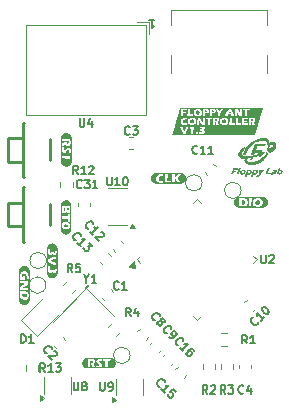
<source format=gbr>
%TF.GenerationSoftware,KiCad,Pcbnew,8.0.2*%
%TF.CreationDate,2024-08-03T15:43:08+02:00*%
%TF.ProjectId,ant control board v1.3,616e7420-636f-46e7-9472-6f6c20626f61,1.1*%
%TF.SameCoordinates,Original*%
%TF.FileFunction,Legend,Top*%
%TF.FilePolarity,Positive*%
%FSLAX46Y46*%
G04 Gerber Fmt 4.6, Leading zero omitted, Abs format (unit mm)*
G04 Created by KiCad (PCBNEW 8.0.2) date 2024-08-03 15:43:08*
%MOMM*%
%LPD*%
G01*
G04 APERTURE LIST*
%ADD10C,0.150000*%
%ADD11C,0.120000*%
%ADD12C,0.000000*%
%ADD13C,0.254000*%
G04 APERTURE END LIST*
D10*
X143256000Y-91059000D02*
X143046287Y-91348260D01*
X143049667Y-90533700D02*
X143049667Y-90867033D01*
X142816333Y-90167033D02*
X143049667Y-90533700D01*
X143049667Y-90533700D02*
X143283000Y-90167033D01*
X143883000Y-90867033D02*
X143483000Y-90867033D01*
X143683000Y-90867033D02*
X143683000Y-90167033D01*
X143683000Y-90167033D02*
X143616333Y-90267033D01*
X143616333Y-90267033D02*
X143549667Y-90333700D01*
X143549667Y-90333700D02*
X143483000Y-90367033D01*
X142348799Y-81672233D02*
X142115466Y-81338900D01*
X141948799Y-81672233D02*
X141948799Y-80972233D01*
X141948799Y-80972233D02*
X142215466Y-80972233D01*
X142215466Y-80972233D02*
X142282133Y-81005566D01*
X142282133Y-81005566D02*
X142315466Y-81038900D01*
X142315466Y-81038900D02*
X142348799Y-81105566D01*
X142348799Y-81105566D02*
X142348799Y-81205566D01*
X142348799Y-81205566D02*
X142315466Y-81272233D01*
X142315466Y-81272233D02*
X142282133Y-81305566D01*
X142282133Y-81305566D02*
X142215466Y-81338900D01*
X142215466Y-81338900D02*
X141948799Y-81338900D01*
X143015466Y-81672233D02*
X142615466Y-81672233D01*
X142815466Y-81672233D02*
X142815466Y-80972233D01*
X142815466Y-80972233D02*
X142748799Y-81072233D01*
X142748799Y-81072233D02*
X142682133Y-81138900D01*
X142682133Y-81138900D02*
X142615466Y-81172233D01*
X143282133Y-81038900D02*
X143315466Y-81005566D01*
X143315466Y-81005566D02*
X143382133Y-80972233D01*
X143382133Y-80972233D02*
X143548800Y-80972233D01*
X143548800Y-80972233D02*
X143615466Y-81005566D01*
X143615466Y-81005566D02*
X143648800Y-81038900D01*
X143648800Y-81038900D02*
X143682133Y-81105566D01*
X143682133Y-81105566D02*
X143682133Y-81172233D01*
X143682133Y-81172233D02*
X143648800Y-81272233D01*
X143648800Y-81272233D02*
X143248800Y-81672233D01*
X143248800Y-81672233D02*
X143682133Y-81672233D01*
X154823333Y-100265033D02*
X154590000Y-99931700D01*
X154423333Y-100265033D02*
X154423333Y-99565033D01*
X154423333Y-99565033D02*
X154690000Y-99565033D01*
X154690000Y-99565033D02*
X154756667Y-99598366D01*
X154756667Y-99598366D02*
X154790000Y-99631700D01*
X154790000Y-99631700D02*
X154823333Y-99698366D01*
X154823333Y-99698366D02*
X154823333Y-99798366D01*
X154823333Y-99798366D02*
X154790000Y-99865033D01*
X154790000Y-99865033D02*
X154756667Y-99898366D01*
X154756667Y-99898366D02*
X154690000Y-99931700D01*
X154690000Y-99931700D02*
X154423333Y-99931700D01*
X155056667Y-99565033D02*
X155490000Y-99565033D01*
X155490000Y-99565033D02*
X155256667Y-99831700D01*
X155256667Y-99831700D02*
X155356667Y-99831700D01*
X155356667Y-99831700D02*
X155423333Y-99865033D01*
X155423333Y-99865033D02*
X155456667Y-99898366D01*
X155456667Y-99898366D02*
X155490000Y-99965033D01*
X155490000Y-99965033D02*
X155490000Y-100131700D01*
X155490000Y-100131700D02*
X155456667Y-100198366D01*
X155456667Y-100198366D02*
X155423333Y-100231700D01*
X155423333Y-100231700D02*
X155356667Y-100265033D01*
X155356667Y-100265033D02*
X155156667Y-100265033D01*
X155156667Y-100265033D02*
X155090000Y-100231700D01*
X155090000Y-100231700D02*
X155056667Y-100198366D01*
X149829775Y-95166033D02*
X149782635Y-95166033D01*
X149782635Y-95166033D02*
X149688354Y-95118892D01*
X149688354Y-95118892D02*
X149641213Y-95071752D01*
X149641213Y-95071752D02*
X149594073Y-94977471D01*
X149594073Y-94977471D02*
X149594073Y-94883190D01*
X149594073Y-94883190D02*
X149617643Y-94812479D01*
X149617643Y-94812479D02*
X149688354Y-94694628D01*
X149688354Y-94694628D02*
X149759064Y-94623918D01*
X149759064Y-94623918D02*
X149876916Y-94553207D01*
X149876916Y-94553207D02*
X149947626Y-94529637D01*
X149947626Y-94529637D02*
X150041907Y-94529637D01*
X150041907Y-94529637D02*
X150136188Y-94576777D01*
X150136188Y-94576777D02*
X150183328Y-94623918D01*
X150183328Y-94623918D02*
X150230469Y-94718199D01*
X150230469Y-94718199D02*
X150230469Y-94765339D01*
X150018337Y-95448876D02*
X150112618Y-95543156D01*
X150112618Y-95543156D02*
X150183328Y-95566727D01*
X150183328Y-95566727D02*
X150230469Y-95566727D01*
X150230469Y-95566727D02*
X150348320Y-95543156D01*
X150348320Y-95543156D02*
X150466171Y-95472446D01*
X150466171Y-95472446D02*
X150654733Y-95283884D01*
X150654733Y-95283884D02*
X150678303Y-95213173D01*
X150678303Y-95213173D02*
X150678303Y-95166033D01*
X150678303Y-95166033D02*
X150654733Y-95095322D01*
X150654733Y-95095322D02*
X150560452Y-95001041D01*
X150560452Y-95001041D02*
X150489741Y-94977471D01*
X150489741Y-94977471D02*
X150442601Y-94977471D01*
X150442601Y-94977471D02*
X150371890Y-95001041D01*
X150371890Y-95001041D02*
X150254039Y-95118892D01*
X150254039Y-95118892D02*
X150230469Y-95189603D01*
X150230469Y-95189603D02*
X150230469Y-95236743D01*
X150230469Y-95236743D02*
X150254039Y-95307454D01*
X150254039Y-95307454D02*
X150348320Y-95401735D01*
X150348320Y-95401735D02*
X150419031Y-95425305D01*
X150419031Y-95425305D02*
X150466171Y-95425305D01*
X150466171Y-95425305D02*
X150536882Y-95401735D01*
X153299333Y-100265033D02*
X153066000Y-99931700D01*
X152899333Y-100265033D02*
X152899333Y-99565033D01*
X152899333Y-99565033D02*
X153166000Y-99565033D01*
X153166000Y-99565033D02*
X153232667Y-99598366D01*
X153232667Y-99598366D02*
X153266000Y-99631700D01*
X153266000Y-99631700D02*
X153299333Y-99698366D01*
X153299333Y-99698366D02*
X153299333Y-99798366D01*
X153299333Y-99798366D02*
X153266000Y-99865033D01*
X153266000Y-99865033D02*
X153232667Y-99898366D01*
X153232667Y-99898366D02*
X153166000Y-99931700D01*
X153166000Y-99931700D02*
X152899333Y-99931700D01*
X153566000Y-99631700D02*
X153599333Y-99598366D01*
X153599333Y-99598366D02*
X153666000Y-99565033D01*
X153666000Y-99565033D02*
X153832667Y-99565033D01*
X153832667Y-99565033D02*
X153899333Y-99598366D01*
X153899333Y-99598366D02*
X153932667Y-99631700D01*
X153932667Y-99631700D02*
X153966000Y-99698366D01*
X153966000Y-99698366D02*
X153966000Y-99765033D01*
X153966000Y-99765033D02*
X153932667Y-99865033D01*
X153932667Y-99865033D02*
X153532667Y-100265033D01*
X153532667Y-100265033D02*
X153966000Y-100265033D01*
X156347333Y-100198366D02*
X156314000Y-100231700D01*
X156314000Y-100231700D02*
X156214000Y-100265033D01*
X156214000Y-100265033D02*
X156147333Y-100265033D01*
X156147333Y-100265033D02*
X156047333Y-100231700D01*
X156047333Y-100231700D02*
X155980667Y-100165033D01*
X155980667Y-100165033D02*
X155947333Y-100098366D01*
X155947333Y-100098366D02*
X155914000Y-99965033D01*
X155914000Y-99965033D02*
X155914000Y-99865033D01*
X155914000Y-99865033D02*
X155947333Y-99731700D01*
X155947333Y-99731700D02*
X155980667Y-99665033D01*
X155980667Y-99665033D02*
X156047333Y-99598366D01*
X156047333Y-99598366D02*
X156147333Y-99565033D01*
X156147333Y-99565033D02*
X156214000Y-99565033D01*
X156214000Y-99565033D02*
X156314000Y-99598366D01*
X156314000Y-99598366D02*
X156347333Y-99631700D01*
X156947333Y-99798366D02*
X156947333Y-100265033D01*
X156780667Y-99531700D02*
X156614000Y-100031700D01*
X156614000Y-100031700D02*
X157047333Y-100031700D01*
X148839175Y-94073833D02*
X148792035Y-94073833D01*
X148792035Y-94073833D02*
X148697754Y-94026692D01*
X148697754Y-94026692D02*
X148650613Y-93979552D01*
X148650613Y-93979552D02*
X148603473Y-93885271D01*
X148603473Y-93885271D02*
X148603473Y-93790990D01*
X148603473Y-93790990D02*
X148627043Y-93720279D01*
X148627043Y-93720279D02*
X148697754Y-93602428D01*
X148697754Y-93602428D02*
X148768464Y-93531718D01*
X148768464Y-93531718D02*
X148886316Y-93461007D01*
X148886316Y-93461007D02*
X148957026Y-93437437D01*
X148957026Y-93437437D02*
X149051307Y-93437437D01*
X149051307Y-93437437D02*
X149145588Y-93484577D01*
X149145588Y-93484577D02*
X149192728Y-93531718D01*
X149192728Y-93531718D02*
X149239869Y-93625999D01*
X149239869Y-93625999D02*
X149239869Y-93673139D01*
X149357720Y-94120973D02*
X149334150Y-94050263D01*
X149334150Y-94050263D02*
X149334150Y-94003122D01*
X149334150Y-94003122D02*
X149357720Y-93932411D01*
X149357720Y-93932411D02*
X149381290Y-93908841D01*
X149381290Y-93908841D02*
X149452001Y-93885271D01*
X149452001Y-93885271D02*
X149499141Y-93885271D01*
X149499141Y-93885271D02*
X149569852Y-93908841D01*
X149569852Y-93908841D02*
X149664133Y-94003122D01*
X149664133Y-94003122D02*
X149687703Y-94073833D01*
X149687703Y-94073833D02*
X149687703Y-94120973D01*
X149687703Y-94120973D02*
X149664133Y-94191684D01*
X149664133Y-94191684D02*
X149640563Y-94215254D01*
X149640563Y-94215254D02*
X149569852Y-94238824D01*
X149569852Y-94238824D02*
X149522712Y-94238824D01*
X149522712Y-94238824D02*
X149452001Y-94215254D01*
X149452001Y-94215254D02*
X149357720Y-94120973D01*
X149357720Y-94120973D02*
X149287009Y-94097403D01*
X149287009Y-94097403D02*
X149239869Y-94097403D01*
X149239869Y-94097403D02*
X149169158Y-94120973D01*
X149169158Y-94120973D02*
X149074877Y-94215254D01*
X149074877Y-94215254D02*
X149051307Y-94285965D01*
X149051307Y-94285965D02*
X149051307Y-94333105D01*
X149051307Y-94333105D02*
X149074877Y-94403816D01*
X149074877Y-94403816D02*
X149169158Y-94498097D01*
X149169158Y-94498097D02*
X149239869Y-94521667D01*
X149239869Y-94521667D02*
X149287009Y-94521667D01*
X149287009Y-94521667D02*
X149357720Y-94498097D01*
X149357720Y-94498097D02*
X149452001Y-94403816D01*
X149452001Y-94403816D02*
X149475571Y-94333105D01*
X149475571Y-94333105D02*
X149475571Y-94285965D01*
X149475571Y-94285965D02*
X149452001Y-94215254D01*
X142151872Y-87284930D02*
X142104732Y-87284930D01*
X142104732Y-87284930D02*
X142010451Y-87237790D01*
X142010451Y-87237790D02*
X141963311Y-87190649D01*
X141963311Y-87190649D02*
X141916170Y-87096368D01*
X141916170Y-87096368D02*
X141916170Y-87002087D01*
X141916170Y-87002087D02*
X141939740Y-86931377D01*
X141939740Y-86931377D02*
X142010451Y-86813526D01*
X142010451Y-86813526D02*
X142081162Y-86742815D01*
X142081162Y-86742815D02*
X142199013Y-86672104D01*
X142199013Y-86672104D02*
X142269723Y-86648534D01*
X142269723Y-86648534D02*
X142364004Y-86648534D01*
X142364004Y-86648534D02*
X142458285Y-86695674D01*
X142458285Y-86695674D02*
X142505426Y-86742815D01*
X142505426Y-86742815D02*
X142552566Y-86837096D01*
X142552566Y-86837096D02*
X142552566Y-86884236D01*
X142576136Y-87803475D02*
X142293294Y-87520632D01*
X142434715Y-87662054D02*
X142929690Y-87167079D01*
X142929690Y-87167079D02*
X142811839Y-87190649D01*
X142811839Y-87190649D02*
X142717558Y-87190649D01*
X142717558Y-87190649D02*
X142646847Y-87167079D01*
X143236103Y-87473492D02*
X143542516Y-87779905D01*
X143542516Y-87779905D02*
X143188963Y-87803475D01*
X143188963Y-87803475D02*
X143259673Y-87874186D01*
X143259673Y-87874186D02*
X143283243Y-87944897D01*
X143283243Y-87944897D02*
X143283243Y-87992037D01*
X143283243Y-87992037D02*
X143259673Y-88062748D01*
X143259673Y-88062748D02*
X143141822Y-88180599D01*
X143141822Y-88180599D02*
X143071111Y-88204169D01*
X143071111Y-88204169D02*
X143023971Y-88204169D01*
X143023971Y-88204169D02*
X142953260Y-88180599D01*
X142953260Y-88180599D02*
X142811839Y-88039178D01*
X142811839Y-88039178D02*
X142788269Y-87968467D01*
X142788269Y-87968467D02*
X142788269Y-87921326D01*
X141960666Y-99285633D02*
X141960666Y-99852300D01*
X141960666Y-99852300D02*
X141994000Y-99918966D01*
X141994000Y-99918966D02*
X142027333Y-99952300D01*
X142027333Y-99952300D02*
X142094000Y-99985633D01*
X142094000Y-99985633D02*
X142227333Y-99985633D01*
X142227333Y-99985633D02*
X142294000Y-99952300D01*
X142294000Y-99952300D02*
X142327333Y-99918966D01*
X142327333Y-99918966D02*
X142360666Y-99852300D01*
X142360666Y-99852300D02*
X142360666Y-99285633D01*
X142793999Y-99585633D02*
X142727333Y-99552300D01*
X142727333Y-99552300D02*
X142693999Y-99518966D01*
X142693999Y-99518966D02*
X142660666Y-99452300D01*
X142660666Y-99452300D02*
X142660666Y-99418966D01*
X142660666Y-99418966D02*
X142693999Y-99352300D01*
X142693999Y-99352300D02*
X142727333Y-99318966D01*
X142727333Y-99318966D02*
X142793999Y-99285633D01*
X142793999Y-99285633D02*
X142927333Y-99285633D01*
X142927333Y-99285633D02*
X142993999Y-99318966D01*
X142993999Y-99318966D02*
X143027333Y-99352300D01*
X143027333Y-99352300D02*
X143060666Y-99418966D01*
X143060666Y-99418966D02*
X143060666Y-99452300D01*
X143060666Y-99452300D02*
X143027333Y-99518966D01*
X143027333Y-99518966D02*
X142993999Y-99552300D01*
X142993999Y-99552300D02*
X142927333Y-99585633D01*
X142927333Y-99585633D02*
X142793999Y-99585633D01*
X142793999Y-99585633D02*
X142727333Y-99618966D01*
X142727333Y-99618966D02*
X142693999Y-99652300D01*
X142693999Y-99652300D02*
X142660666Y-99718966D01*
X142660666Y-99718966D02*
X142660666Y-99852300D01*
X142660666Y-99852300D02*
X142693999Y-99918966D01*
X142693999Y-99918966D02*
X142727333Y-99952300D01*
X142727333Y-99952300D02*
X142793999Y-99985633D01*
X142793999Y-99985633D02*
X142927333Y-99985633D01*
X142927333Y-99985633D02*
X142993999Y-99952300D01*
X142993999Y-99952300D02*
X143027333Y-99918966D01*
X143027333Y-99918966D02*
X143060666Y-99852300D01*
X143060666Y-99852300D02*
X143060666Y-99718966D01*
X143060666Y-99718966D02*
X143027333Y-99652300D01*
X143027333Y-99652300D02*
X142993999Y-99618966D01*
X142993999Y-99618966D02*
X142927333Y-99585633D01*
X145783333Y-91399366D02*
X145750000Y-91432700D01*
X145750000Y-91432700D02*
X145650000Y-91466033D01*
X145650000Y-91466033D02*
X145583333Y-91466033D01*
X145583333Y-91466033D02*
X145483333Y-91432700D01*
X145483333Y-91432700D02*
X145416667Y-91366033D01*
X145416667Y-91366033D02*
X145383333Y-91299366D01*
X145383333Y-91299366D02*
X145350000Y-91166033D01*
X145350000Y-91166033D02*
X145350000Y-91066033D01*
X145350000Y-91066033D02*
X145383333Y-90932700D01*
X145383333Y-90932700D02*
X145416667Y-90866033D01*
X145416667Y-90866033D02*
X145483333Y-90799366D01*
X145483333Y-90799366D02*
X145583333Y-90766033D01*
X145583333Y-90766033D02*
X145650000Y-90766033D01*
X145650000Y-90766033D02*
X145750000Y-90799366D01*
X145750000Y-90799366D02*
X145783333Y-90832700D01*
X146450000Y-91466033D02*
X146050000Y-91466033D01*
X146250000Y-91466033D02*
X146250000Y-90766033D01*
X146250000Y-90766033D02*
X146183333Y-90866033D01*
X146183333Y-90866033D02*
X146116667Y-90932700D01*
X146116667Y-90932700D02*
X146050000Y-90966033D01*
X142468666Y-76959033D02*
X142468666Y-77525700D01*
X142468666Y-77525700D02*
X142502000Y-77592366D01*
X142502000Y-77592366D02*
X142535333Y-77625700D01*
X142535333Y-77625700D02*
X142602000Y-77659033D01*
X142602000Y-77659033D02*
X142735333Y-77659033D01*
X142735333Y-77659033D02*
X142802000Y-77625700D01*
X142802000Y-77625700D02*
X142835333Y-77592366D01*
X142835333Y-77592366D02*
X142868666Y-77525700D01*
X142868666Y-77525700D02*
X142868666Y-76959033D01*
X143501999Y-77192366D02*
X143501999Y-77659033D01*
X143335333Y-76925700D02*
X143168666Y-77425700D01*
X143168666Y-77425700D02*
X143601999Y-77425700D01*
X148379982Y-68651466D02*
X148779982Y-68651466D01*
X148579982Y-68651466D02*
X148579982Y-69351466D01*
X148579982Y-69351466D02*
X148646649Y-69251466D01*
X148646649Y-69251466D02*
X148713316Y-69184800D01*
X148713316Y-69184800D02*
X148779982Y-69151466D01*
X143218672Y-86319730D02*
X143171532Y-86319730D01*
X143171532Y-86319730D02*
X143077251Y-86272590D01*
X143077251Y-86272590D02*
X143030111Y-86225449D01*
X143030111Y-86225449D02*
X142982970Y-86131168D01*
X142982970Y-86131168D02*
X142982970Y-86036887D01*
X142982970Y-86036887D02*
X143006540Y-85966177D01*
X143006540Y-85966177D02*
X143077251Y-85848326D01*
X143077251Y-85848326D02*
X143147962Y-85777615D01*
X143147962Y-85777615D02*
X143265813Y-85706904D01*
X143265813Y-85706904D02*
X143336523Y-85683334D01*
X143336523Y-85683334D02*
X143430804Y-85683334D01*
X143430804Y-85683334D02*
X143525085Y-85730474D01*
X143525085Y-85730474D02*
X143572226Y-85777615D01*
X143572226Y-85777615D02*
X143619366Y-85871896D01*
X143619366Y-85871896D02*
X143619366Y-85919036D01*
X143642936Y-86838275D02*
X143360094Y-86555432D01*
X143501515Y-86696854D02*
X143996490Y-86201879D01*
X143996490Y-86201879D02*
X143878639Y-86225449D01*
X143878639Y-86225449D02*
X143784358Y-86225449D01*
X143784358Y-86225449D02*
X143713647Y-86201879D01*
X144279333Y-86579003D02*
X144326473Y-86579003D01*
X144326473Y-86579003D02*
X144397184Y-86602573D01*
X144397184Y-86602573D02*
X144515035Y-86720424D01*
X144515035Y-86720424D02*
X144538605Y-86791135D01*
X144538605Y-86791135D02*
X144538605Y-86838275D01*
X144538605Y-86838275D02*
X144515035Y-86908986D01*
X144515035Y-86908986D02*
X144467895Y-86956126D01*
X144467895Y-86956126D02*
X144373614Y-87003267D01*
X144373614Y-87003267D02*
X143807928Y-87003267D01*
X143807928Y-87003267D02*
X144114341Y-87309680D01*
X139554799Y-98410833D02*
X139321466Y-98077500D01*
X139154799Y-98410833D02*
X139154799Y-97710833D01*
X139154799Y-97710833D02*
X139421466Y-97710833D01*
X139421466Y-97710833D02*
X139488133Y-97744166D01*
X139488133Y-97744166D02*
X139521466Y-97777500D01*
X139521466Y-97777500D02*
X139554799Y-97844166D01*
X139554799Y-97844166D02*
X139554799Y-97944166D01*
X139554799Y-97944166D02*
X139521466Y-98010833D01*
X139521466Y-98010833D02*
X139488133Y-98044166D01*
X139488133Y-98044166D02*
X139421466Y-98077500D01*
X139421466Y-98077500D02*
X139154799Y-98077500D01*
X140221466Y-98410833D02*
X139821466Y-98410833D01*
X140021466Y-98410833D02*
X140021466Y-97710833D01*
X140021466Y-97710833D02*
X139954799Y-97810833D01*
X139954799Y-97810833D02*
X139888133Y-97877500D01*
X139888133Y-97877500D02*
X139821466Y-97910833D01*
X140454800Y-97710833D02*
X140888133Y-97710833D01*
X140888133Y-97710833D02*
X140654800Y-97977500D01*
X140654800Y-97977500D02*
X140754800Y-97977500D01*
X140754800Y-97977500D02*
X140821466Y-98010833D01*
X140821466Y-98010833D02*
X140854800Y-98044166D01*
X140854800Y-98044166D02*
X140888133Y-98110833D01*
X140888133Y-98110833D02*
X140888133Y-98277500D01*
X140888133Y-98277500D02*
X140854800Y-98344166D01*
X140854800Y-98344166D02*
X140821466Y-98377500D01*
X140821466Y-98377500D02*
X140754800Y-98410833D01*
X140754800Y-98410833D02*
X140554800Y-98410833D01*
X140554800Y-98410833D02*
X140488133Y-98377500D01*
X140488133Y-98377500D02*
X140454800Y-98344166D01*
X146783333Y-93716033D02*
X146550000Y-93382700D01*
X146383333Y-93716033D02*
X146383333Y-93016033D01*
X146383333Y-93016033D02*
X146650000Y-93016033D01*
X146650000Y-93016033D02*
X146716667Y-93049366D01*
X146716667Y-93049366D02*
X146750000Y-93082700D01*
X146750000Y-93082700D02*
X146783333Y-93149366D01*
X146783333Y-93149366D02*
X146783333Y-93249366D01*
X146783333Y-93249366D02*
X146750000Y-93316033D01*
X146750000Y-93316033D02*
X146716667Y-93349366D01*
X146716667Y-93349366D02*
X146650000Y-93382700D01*
X146650000Y-93382700D02*
X146383333Y-93382700D01*
X147383333Y-93249366D02*
X147383333Y-93716033D01*
X147216667Y-92982700D02*
X147050000Y-93482700D01*
X147050000Y-93482700D02*
X147483333Y-93482700D01*
X139695175Y-96867833D02*
X139648035Y-96867833D01*
X139648035Y-96867833D02*
X139553754Y-96820692D01*
X139553754Y-96820692D02*
X139506613Y-96773552D01*
X139506613Y-96773552D02*
X139459473Y-96679271D01*
X139459473Y-96679271D02*
X139459473Y-96584990D01*
X139459473Y-96584990D02*
X139483043Y-96514279D01*
X139483043Y-96514279D02*
X139553754Y-96396428D01*
X139553754Y-96396428D02*
X139624464Y-96325718D01*
X139624464Y-96325718D02*
X139742316Y-96255007D01*
X139742316Y-96255007D02*
X139813026Y-96231437D01*
X139813026Y-96231437D02*
X139907307Y-96231437D01*
X139907307Y-96231437D02*
X140001588Y-96278577D01*
X140001588Y-96278577D02*
X140048728Y-96325718D01*
X140048728Y-96325718D02*
X140095869Y-96419999D01*
X140095869Y-96419999D02*
X140095869Y-96467139D01*
X140284431Y-96655701D02*
X140331571Y-96655701D01*
X140331571Y-96655701D02*
X140402282Y-96679271D01*
X140402282Y-96679271D02*
X140520133Y-96797122D01*
X140520133Y-96797122D02*
X140543703Y-96867833D01*
X140543703Y-96867833D02*
X140543703Y-96914973D01*
X140543703Y-96914973D02*
X140520133Y-96985684D01*
X140520133Y-96985684D02*
X140472993Y-97032824D01*
X140472993Y-97032824D02*
X140378712Y-97079965D01*
X140378712Y-97079965D02*
X139813026Y-97079965D01*
X139813026Y-97079965D02*
X140119439Y-97386378D01*
X156652133Y-96023233D02*
X156418800Y-95689900D01*
X156252133Y-96023233D02*
X156252133Y-95323233D01*
X156252133Y-95323233D02*
X156518800Y-95323233D01*
X156518800Y-95323233D02*
X156585467Y-95356566D01*
X156585467Y-95356566D02*
X156618800Y-95389900D01*
X156618800Y-95389900D02*
X156652133Y-95456566D01*
X156652133Y-95456566D02*
X156652133Y-95556566D01*
X156652133Y-95556566D02*
X156618800Y-95623233D01*
X156618800Y-95623233D02*
X156585467Y-95656566D01*
X156585467Y-95656566D02*
X156518800Y-95689900D01*
X156518800Y-95689900D02*
X156252133Y-95689900D01*
X157318800Y-96023233D02*
X156918800Y-96023233D01*
X157118800Y-96023233D02*
X157118800Y-95323233D01*
X157118800Y-95323233D02*
X157052133Y-95423233D01*
X157052133Y-95423233D02*
X156985467Y-95489900D01*
X156985467Y-95489900D02*
X156918800Y-95523233D01*
X150838672Y-96174930D02*
X150791532Y-96174930D01*
X150791532Y-96174930D02*
X150697251Y-96127790D01*
X150697251Y-96127790D02*
X150650111Y-96080649D01*
X150650111Y-96080649D02*
X150602970Y-95986368D01*
X150602970Y-95986368D02*
X150602970Y-95892087D01*
X150602970Y-95892087D02*
X150626540Y-95821377D01*
X150626540Y-95821377D02*
X150697251Y-95703526D01*
X150697251Y-95703526D02*
X150767962Y-95632815D01*
X150767962Y-95632815D02*
X150885813Y-95562104D01*
X150885813Y-95562104D02*
X150956523Y-95538534D01*
X150956523Y-95538534D02*
X151050804Y-95538534D01*
X151050804Y-95538534D02*
X151145085Y-95585674D01*
X151145085Y-95585674D02*
X151192226Y-95632815D01*
X151192226Y-95632815D02*
X151239366Y-95727096D01*
X151239366Y-95727096D02*
X151239366Y-95774236D01*
X151262936Y-96693475D02*
X150980094Y-96410632D01*
X151121515Y-96552054D02*
X151616490Y-96057079D01*
X151616490Y-96057079D02*
X151498639Y-96080649D01*
X151498639Y-96080649D02*
X151404358Y-96080649D01*
X151404358Y-96080649D02*
X151333647Y-96057079D01*
X152182175Y-96622765D02*
X152087895Y-96528484D01*
X152087895Y-96528484D02*
X152017184Y-96504913D01*
X152017184Y-96504913D02*
X151970043Y-96504913D01*
X151970043Y-96504913D02*
X151852192Y-96528484D01*
X151852192Y-96528484D02*
X151734341Y-96599194D01*
X151734341Y-96599194D02*
X151545779Y-96787756D01*
X151545779Y-96787756D02*
X151522209Y-96858467D01*
X151522209Y-96858467D02*
X151522209Y-96905607D01*
X151522209Y-96905607D02*
X151545779Y-96976318D01*
X151545779Y-96976318D02*
X151640060Y-97070599D01*
X151640060Y-97070599D02*
X151710771Y-97094169D01*
X151710771Y-97094169D02*
X151757911Y-97094169D01*
X151757911Y-97094169D02*
X151828622Y-97070599D01*
X151828622Y-97070599D02*
X151946473Y-96952748D01*
X151946473Y-96952748D02*
X151970043Y-96882037D01*
X151970043Y-96882037D02*
X151970043Y-96834897D01*
X151970043Y-96834897D02*
X151946473Y-96764186D01*
X151946473Y-96764186D02*
X151852192Y-96669905D01*
X151852192Y-96669905D02*
X151781482Y-96646335D01*
X151781482Y-96646335D02*
X151734341Y-96646335D01*
X151734341Y-96646335D02*
X151663630Y-96669905D01*
X149263872Y-99680130D02*
X149216732Y-99680130D01*
X149216732Y-99680130D02*
X149122451Y-99632990D01*
X149122451Y-99632990D02*
X149075311Y-99585849D01*
X149075311Y-99585849D02*
X149028170Y-99491568D01*
X149028170Y-99491568D02*
X149028170Y-99397287D01*
X149028170Y-99397287D02*
X149051740Y-99326577D01*
X149051740Y-99326577D02*
X149122451Y-99208726D01*
X149122451Y-99208726D02*
X149193162Y-99138015D01*
X149193162Y-99138015D02*
X149311013Y-99067304D01*
X149311013Y-99067304D02*
X149381723Y-99043734D01*
X149381723Y-99043734D02*
X149476004Y-99043734D01*
X149476004Y-99043734D02*
X149570285Y-99090874D01*
X149570285Y-99090874D02*
X149617426Y-99138015D01*
X149617426Y-99138015D02*
X149664566Y-99232296D01*
X149664566Y-99232296D02*
X149664566Y-99279436D01*
X149688136Y-100198675D02*
X149405294Y-99915832D01*
X149546715Y-100057254D02*
X150041690Y-99562279D01*
X150041690Y-99562279D02*
X149923839Y-99585849D01*
X149923839Y-99585849D02*
X149829558Y-99585849D01*
X149829558Y-99585849D02*
X149758847Y-99562279D01*
X150630946Y-100151535D02*
X150395243Y-99915833D01*
X150395243Y-99915833D02*
X150135971Y-100127965D01*
X150135971Y-100127965D02*
X150183111Y-100127965D01*
X150183111Y-100127965D02*
X150253822Y-100151535D01*
X150253822Y-100151535D02*
X150371673Y-100269386D01*
X150371673Y-100269386D02*
X150395243Y-100340097D01*
X150395243Y-100340097D02*
X150395243Y-100387237D01*
X150395243Y-100387237D02*
X150371673Y-100457948D01*
X150371673Y-100457948D02*
X150253822Y-100575799D01*
X150253822Y-100575799D02*
X150183111Y-100599369D01*
X150183111Y-100599369D02*
X150135971Y-100599369D01*
X150135971Y-100599369D02*
X150065260Y-100575799D01*
X150065260Y-100575799D02*
X149947409Y-100457948D01*
X149947409Y-100457948D02*
X149923839Y-100387237D01*
X149923839Y-100387237D02*
X149923839Y-100340097D01*
X142653599Y-82799366D02*
X142620266Y-82832700D01*
X142620266Y-82832700D02*
X142520266Y-82866033D01*
X142520266Y-82866033D02*
X142453599Y-82866033D01*
X142453599Y-82866033D02*
X142353599Y-82832700D01*
X142353599Y-82832700D02*
X142286933Y-82766033D01*
X142286933Y-82766033D02*
X142253599Y-82699366D01*
X142253599Y-82699366D02*
X142220266Y-82566033D01*
X142220266Y-82566033D02*
X142220266Y-82466033D01*
X142220266Y-82466033D02*
X142253599Y-82332700D01*
X142253599Y-82332700D02*
X142286933Y-82266033D01*
X142286933Y-82266033D02*
X142353599Y-82199366D01*
X142353599Y-82199366D02*
X142453599Y-82166033D01*
X142453599Y-82166033D02*
X142520266Y-82166033D01*
X142520266Y-82166033D02*
X142620266Y-82199366D01*
X142620266Y-82199366D02*
X142653599Y-82232700D01*
X142886933Y-82166033D02*
X143320266Y-82166033D01*
X143320266Y-82166033D02*
X143086933Y-82432700D01*
X143086933Y-82432700D02*
X143186933Y-82432700D01*
X143186933Y-82432700D02*
X143253599Y-82466033D01*
X143253599Y-82466033D02*
X143286933Y-82499366D01*
X143286933Y-82499366D02*
X143320266Y-82566033D01*
X143320266Y-82566033D02*
X143320266Y-82732700D01*
X143320266Y-82732700D02*
X143286933Y-82799366D01*
X143286933Y-82799366D02*
X143253599Y-82832700D01*
X143253599Y-82832700D02*
X143186933Y-82866033D01*
X143186933Y-82866033D02*
X142986933Y-82866033D01*
X142986933Y-82866033D02*
X142920266Y-82832700D01*
X142920266Y-82832700D02*
X142886933Y-82799366D01*
X143986933Y-82866033D02*
X143586933Y-82866033D01*
X143786933Y-82866033D02*
X143786933Y-82166033D01*
X143786933Y-82166033D02*
X143720266Y-82266033D01*
X143720266Y-82266033D02*
X143653600Y-82332700D01*
X143653600Y-82332700D02*
X143586933Y-82366033D01*
X157592130Y-94220527D02*
X157592130Y-94267667D01*
X157592130Y-94267667D02*
X157544990Y-94361948D01*
X157544990Y-94361948D02*
X157497849Y-94409088D01*
X157497849Y-94409088D02*
X157403568Y-94456229D01*
X157403568Y-94456229D02*
X157309287Y-94456229D01*
X157309287Y-94456229D02*
X157238577Y-94432659D01*
X157238577Y-94432659D02*
X157120726Y-94361948D01*
X157120726Y-94361948D02*
X157050015Y-94291237D01*
X157050015Y-94291237D02*
X156979304Y-94173386D01*
X156979304Y-94173386D02*
X156955734Y-94102676D01*
X156955734Y-94102676D02*
X156955734Y-94008395D01*
X156955734Y-94008395D02*
X157002874Y-93914114D01*
X157002874Y-93914114D02*
X157050015Y-93866973D01*
X157050015Y-93866973D02*
X157144296Y-93819833D01*
X157144296Y-93819833D02*
X157191436Y-93819833D01*
X158110675Y-93796263D02*
X157827832Y-94079105D01*
X157969254Y-93937684D02*
X157474279Y-93442709D01*
X157474279Y-93442709D02*
X157497849Y-93560560D01*
X157497849Y-93560560D02*
X157497849Y-93654841D01*
X157497849Y-93654841D02*
X157474279Y-93725552D01*
X157922113Y-92994875D02*
X157969254Y-92947734D01*
X157969254Y-92947734D02*
X158039965Y-92924164D01*
X158039965Y-92924164D02*
X158087105Y-92924164D01*
X158087105Y-92924164D02*
X158157816Y-92947734D01*
X158157816Y-92947734D02*
X158275667Y-93018445D01*
X158275667Y-93018445D02*
X158393518Y-93136296D01*
X158393518Y-93136296D02*
X158464229Y-93254147D01*
X158464229Y-93254147D02*
X158487799Y-93324858D01*
X158487799Y-93324858D02*
X158487799Y-93371998D01*
X158487799Y-93371998D02*
X158464229Y-93442709D01*
X158464229Y-93442709D02*
X158417088Y-93489849D01*
X158417088Y-93489849D02*
X158346378Y-93513420D01*
X158346378Y-93513420D02*
X158299237Y-93513420D01*
X158299237Y-93513420D02*
X158228526Y-93489849D01*
X158228526Y-93489849D02*
X158110675Y-93419139D01*
X158110675Y-93419139D02*
X157992824Y-93301288D01*
X157992824Y-93301288D02*
X157922113Y-93183436D01*
X157922113Y-93183436D02*
X157898543Y-93112726D01*
X157898543Y-93112726D02*
X157898543Y-93065585D01*
X157898543Y-93065585D02*
X157922113Y-92994875D01*
X141869333Y-89978033D02*
X141636000Y-89644700D01*
X141469333Y-89978033D02*
X141469333Y-89278033D01*
X141469333Y-89278033D02*
X141736000Y-89278033D01*
X141736000Y-89278033D02*
X141802667Y-89311366D01*
X141802667Y-89311366D02*
X141836000Y-89344700D01*
X141836000Y-89344700D02*
X141869333Y-89411366D01*
X141869333Y-89411366D02*
X141869333Y-89511366D01*
X141869333Y-89511366D02*
X141836000Y-89578033D01*
X141836000Y-89578033D02*
X141802667Y-89611366D01*
X141802667Y-89611366D02*
X141736000Y-89644700D01*
X141736000Y-89644700D02*
X141469333Y-89644700D01*
X142502667Y-89278033D02*
X142169333Y-89278033D01*
X142169333Y-89278033D02*
X142136000Y-89611366D01*
X142136000Y-89611366D02*
X142169333Y-89578033D01*
X142169333Y-89578033D02*
X142236000Y-89544700D01*
X142236000Y-89544700D02*
X142402667Y-89544700D01*
X142402667Y-89544700D02*
X142469333Y-89578033D01*
X142469333Y-89578033D02*
X142502667Y-89611366D01*
X142502667Y-89611366D02*
X142536000Y-89678033D01*
X142536000Y-89678033D02*
X142536000Y-89844700D01*
X142536000Y-89844700D02*
X142502667Y-89911366D01*
X142502667Y-89911366D02*
X142469333Y-89944700D01*
X142469333Y-89944700D02*
X142402667Y-89978033D01*
X142402667Y-89978033D02*
X142236000Y-89978033D01*
X142236000Y-89978033D02*
X142169333Y-89944700D01*
X142169333Y-89944700D02*
X142136000Y-89911366D01*
X152449999Y-79899366D02*
X152416666Y-79932700D01*
X152416666Y-79932700D02*
X152316666Y-79966033D01*
X152316666Y-79966033D02*
X152249999Y-79966033D01*
X152249999Y-79966033D02*
X152149999Y-79932700D01*
X152149999Y-79932700D02*
X152083333Y-79866033D01*
X152083333Y-79866033D02*
X152049999Y-79799366D01*
X152049999Y-79799366D02*
X152016666Y-79666033D01*
X152016666Y-79666033D02*
X152016666Y-79566033D01*
X152016666Y-79566033D02*
X152049999Y-79432700D01*
X152049999Y-79432700D02*
X152083333Y-79366033D01*
X152083333Y-79366033D02*
X152149999Y-79299366D01*
X152149999Y-79299366D02*
X152249999Y-79266033D01*
X152249999Y-79266033D02*
X152316666Y-79266033D01*
X152316666Y-79266033D02*
X152416666Y-79299366D01*
X152416666Y-79299366D02*
X152449999Y-79332700D01*
X153116666Y-79966033D02*
X152716666Y-79966033D01*
X152916666Y-79966033D02*
X152916666Y-79266033D01*
X152916666Y-79266033D02*
X152849999Y-79366033D01*
X152849999Y-79366033D02*
X152783333Y-79432700D01*
X152783333Y-79432700D02*
X152716666Y-79466033D01*
X153783333Y-79966033D02*
X153383333Y-79966033D01*
X153583333Y-79966033D02*
X153583333Y-79266033D01*
X153583333Y-79266033D02*
X153516666Y-79366033D01*
X153516666Y-79366033D02*
X153450000Y-79432700D01*
X153450000Y-79432700D02*
X153383333Y-79466033D01*
X144195866Y-99311033D02*
X144195866Y-99877700D01*
X144195866Y-99877700D02*
X144229200Y-99944366D01*
X144229200Y-99944366D02*
X144262533Y-99977700D01*
X144262533Y-99977700D02*
X144329200Y-100011033D01*
X144329200Y-100011033D02*
X144462533Y-100011033D01*
X144462533Y-100011033D02*
X144529200Y-99977700D01*
X144529200Y-99977700D02*
X144562533Y-99944366D01*
X144562533Y-99944366D02*
X144595866Y-99877700D01*
X144595866Y-99877700D02*
X144595866Y-99311033D01*
X144962533Y-100011033D02*
X145095866Y-100011033D01*
X145095866Y-100011033D02*
X145162533Y-99977700D01*
X145162533Y-99977700D02*
X145195866Y-99944366D01*
X145195866Y-99944366D02*
X145262533Y-99844366D01*
X145262533Y-99844366D02*
X145295866Y-99711033D01*
X145295866Y-99711033D02*
X145295866Y-99444366D01*
X145295866Y-99444366D02*
X145262533Y-99377700D01*
X145262533Y-99377700D02*
X145229199Y-99344366D01*
X145229199Y-99344366D02*
X145162533Y-99311033D01*
X145162533Y-99311033D02*
X145029199Y-99311033D01*
X145029199Y-99311033D02*
X144962533Y-99344366D01*
X144962533Y-99344366D02*
X144929199Y-99377700D01*
X144929199Y-99377700D02*
X144895866Y-99444366D01*
X144895866Y-99444366D02*
X144895866Y-99611033D01*
X144895866Y-99611033D02*
X144929199Y-99677700D01*
X144929199Y-99677700D02*
X144962533Y-99711033D01*
X144962533Y-99711033D02*
X145029199Y-99744366D01*
X145029199Y-99744366D02*
X145162533Y-99744366D01*
X145162533Y-99744366D02*
X145229199Y-99711033D01*
X145229199Y-99711033D02*
X145262533Y-99677700D01*
X145262533Y-99677700D02*
X145295866Y-99611033D01*
X146720733Y-78278166D02*
X146687400Y-78311500D01*
X146687400Y-78311500D02*
X146587400Y-78344833D01*
X146587400Y-78344833D02*
X146520733Y-78344833D01*
X146520733Y-78344833D02*
X146420733Y-78311500D01*
X146420733Y-78311500D02*
X146354067Y-78244833D01*
X146354067Y-78244833D02*
X146320733Y-78178166D01*
X146320733Y-78178166D02*
X146287400Y-78044833D01*
X146287400Y-78044833D02*
X146287400Y-77944833D01*
X146287400Y-77944833D02*
X146320733Y-77811500D01*
X146320733Y-77811500D02*
X146354067Y-77744833D01*
X146354067Y-77744833D02*
X146420733Y-77678166D01*
X146420733Y-77678166D02*
X146520733Y-77644833D01*
X146520733Y-77644833D02*
X146587400Y-77644833D01*
X146587400Y-77644833D02*
X146687400Y-77678166D01*
X146687400Y-77678166D02*
X146720733Y-77711500D01*
X146954067Y-77644833D02*
X147387400Y-77644833D01*
X147387400Y-77644833D02*
X147154067Y-77911500D01*
X147154067Y-77911500D02*
X147254067Y-77911500D01*
X147254067Y-77911500D02*
X147320733Y-77944833D01*
X147320733Y-77944833D02*
X147354067Y-77978166D01*
X147354067Y-77978166D02*
X147387400Y-78044833D01*
X147387400Y-78044833D02*
X147387400Y-78211500D01*
X147387400Y-78211500D02*
X147354067Y-78278166D01*
X147354067Y-78278166D02*
X147320733Y-78311500D01*
X147320733Y-78311500D02*
X147254067Y-78344833D01*
X147254067Y-78344833D02*
X147054067Y-78344833D01*
X147054067Y-78344833D02*
X146987400Y-78311500D01*
X146987400Y-78311500D02*
X146954067Y-78278166D01*
X157835665Y-88516033D02*
X157835665Y-89082700D01*
X157835665Y-89082700D02*
X157868999Y-89149366D01*
X157868999Y-89149366D02*
X157902332Y-89182700D01*
X157902332Y-89182700D02*
X157968999Y-89216033D01*
X157968999Y-89216033D02*
X158102332Y-89216033D01*
X158102332Y-89216033D02*
X158168999Y-89182700D01*
X158168999Y-89182700D02*
X158202332Y-89149366D01*
X158202332Y-89149366D02*
X158235665Y-89082700D01*
X158235665Y-89082700D02*
X158235665Y-88516033D01*
X158535665Y-88582700D02*
X158568998Y-88549366D01*
X158568998Y-88549366D02*
X158635665Y-88516033D01*
X158635665Y-88516033D02*
X158802332Y-88516033D01*
X158802332Y-88516033D02*
X158868998Y-88549366D01*
X158868998Y-88549366D02*
X158902332Y-88582700D01*
X158902332Y-88582700D02*
X158935665Y-88649366D01*
X158935665Y-88649366D02*
X158935665Y-88716033D01*
X158935665Y-88716033D02*
X158902332Y-88816033D01*
X158902332Y-88816033D02*
X158502332Y-89216033D01*
X158502332Y-89216033D02*
X158935665Y-89216033D01*
X144776933Y-81912033D02*
X144776933Y-82478700D01*
X144776933Y-82478700D02*
X144810267Y-82545366D01*
X144810267Y-82545366D02*
X144843600Y-82578700D01*
X144843600Y-82578700D02*
X144910267Y-82612033D01*
X144910267Y-82612033D02*
X145043600Y-82612033D01*
X145043600Y-82612033D02*
X145110267Y-82578700D01*
X145110267Y-82578700D02*
X145143600Y-82545366D01*
X145143600Y-82545366D02*
X145176933Y-82478700D01*
X145176933Y-82478700D02*
X145176933Y-81912033D01*
X145876933Y-82612033D02*
X145476933Y-82612033D01*
X145676933Y-82612033D02*
X145676933Y-81912033D01*
X145676933Y-81912033D02*
X145610266Y-82012033D01*
X145610266Y-82012033D02*
X145543600Y-82078700D01*
X145543600Y-82078700D02*
X145476933Y-82112033D01*
X146310267Y-81912033D02*
X146376933Y-81912033D01*
X146376933Y-81912033D02*
X146443600Y-81945366D01*
X146443600Y-81945366D02*
X146476933Y-81978700D01*
X146476933Y-81978700D02*
X146510267Y-82045366D01*
X146510267Y-82045366D02*
X146543600Y-82178700D01*
X146543600Y-82178700D02*
X146543600Y-82345366D01*
X146543600Y-82345366D02*
X146510267Y-82478700D01*
X146510267Y-82478700D02*
X146476933Y-82545366D01*
X146476933Y-82545366D02*
X146443600Y-82578700D01*
X146443600Y-82578700D02*
X146376933Y-82612033D01*
X146376933Y-82612033D02*
X146310267Y-82612033D01*
X146310267Y-82612033D02*
X146243600Y-82578700D01*
X146243600Y-82578700D02*
X146210267Y-82545366D01*
X146210267Y-82545366D02*
X146176933Y-82478700D01*
X146176933Y-82478700D02*
X146143600Y-82345366D01*
X146143600Y-82345366D02*
X146143600Y-82178700D01*
X146143600Y-82178700D02*
X146176933Y-82045366D01*
X146176933Y-82045366D02*
X146210267Y-81978700D01*
X146210267Y-81978700D02*
X146243600Y-81945366D01*
X146243600Y-81945366D02*
X146310267Y-81912033D01*
X137532332Y-95947033D02*
X137532332Y-95247033D01*
X137532332Y-95247033D02*
X137698999Y-95247033D01*
X137698999Y-95247033D02*
X137798999Y-95280366D01*
X137798999Y-95280366D02*
X137865666Y-95347033D01*
X137865666Y-95347033D02*
X137898999Y-95413700D01*
X137898999Y-95413700D02*
X137932332Y-95547033D01*
X137932332Y-95547033D02*
X137932332Y-95647033D01*
X137932332Y-95647033D02*
X137898999Y-95780366D01*
X137898999Y-95780366D02*
X137865666Y-95847033D01*
X137865666Y-95847033D02*
X137798999Y-95913700D01*
X137798999Y-95913700D02*
X137698999Y-95947033D01*
X137698999Y-95947033D02*
X137532332Y-95947033D01*
X138598999Y-95947033D02*
X138198999Y-95947033D01*
X138398999Y-95947033D02*
X138398999Y-95247033D01*
X138398999Y-95247033D02*
X138332332Y-95347033D01*
X138332332Y-95347033D02*
X138265666Y-95413700D01*
X138265666Y-95413700D02*
X138198999Y-95447033D01*
D11*
%TO.C,Y1*%
X143046287Y-91348260D02*
X140217860Y-94176687D01*
X145379740Y-93681713D02*
X143046287Y-91348260D01*
%TO.C,R12*%
X140853900Y-82787258D02*
X140853900Y-82312742D01*
X141898900Y-82787258D02*
X141898900Y-82312742D01*
%TO.C,R3*%
X154417500Y-97730542D02*
X154417500Y-98205058D01*
X155462500Y-97730542D02*
X155462500Y-98205058D01*
%TO.C,C9*%
X148633581Y-95856770D02*
X148434770Y-96055581D01*
X149354830Y-96578019D02*
X149156019Y-96776830D01*
%TO.C,R2*%
X152893500Y-97730542D02*
X152893500Y-98205058D01*
X153938500Y-97730542D02*
X153938500Y-98205058D01*
%TO.C,C4*%
X155954000Y-97827220D02*
X155954000Y-98108380D01*
X156974000Y-97827220D02*
X156974000Y-98108380D01*
%TO.C,C8*%
X147566781Y-94789970D02*
X147367970Y-94988781D01*
X148288030Y-95511219D02*
X148089219Y-95710030D01*
%TO.C,C13*%
X144391781Y-89309230D02*
X144192970Y-89110419D01*
X145113030Y-88587981D02*
X144914219Y-88389170D01*
D12*
%TO.C,kibuzzard-667D9F0F*%
G36*
X156355654Y-83875282D02*
G01*
X156398923Y-83887590D01*
X156457641Y-83945795D01*
X156474179Y-83992397D01*
X156479692Y-84048615D01*
X156475974Y-84097782D01*
X156464820Y-84145795D01*
X156445910Y-84188936D01*
X156418923Y-84223487D01*
X156346872Y-84262974D01*
X156303026Y-84269897D01*
X156253538Y-84272205D01*
X156194564Y-84269641D01*
X156212000Y-83874256D01*
X156299179Y-83871179D01*
X156355654Y-83875282D01*
G37*
G36*
X157610718Y-83871436D02*
G01*
X157658154Y-83890667D01*
X157697385Y-83921500D01*
X157725846Y-83962718D01*
X157743154Y-84011244D01*
X157748923Y-84064000D01*
X157742705Y-84119192D01*
X157724051Y-84171949D01*
X157693538Y-84217718D01*
X157651744Y-84251949D01*
X157601936Y-84273295D01*
X157547385Y-84280410D01*
X157495462Y-84274064D01*
X157446359Y-84255026D01*
X157404756Y-84224705D01*
X157375333Y-84184513D01*
X157357833Y-84137077D01*
X157352000Y-84085026D01*
X157358410Y-84027910D01*
X157377641Y-83974513D01*
X157408795Y-83928615D01*
X157450974Y-83894000D01*
X157501487Y-83872269D01*
X157557641Y-83865026D01*
X157610718Y-83871436D01*
G37*
G36*
X158015253Y-83625316D02*
G01*
X158059019Y-83631808D01*
X158101938Y-83642559D01*
X158143596Y-83657465D01*
X158183593Y-83676382D01*
X158221543Y-83699128D01*
X158257081Y-83725485D01*
X158289864Y-83755198D01*
X158319577Y-83787981D01*
X158345934Y-83823519D01*
X158368680Y-83861469D01*
X158387597Y-83901465D01*
X158402503Y-83943124D01*
X158413253Y-83986043D01*
X158419746Y-84029809D01*
X158421917Y-84074000D01*
X158419746Y-84118191D01*
X158413253Y-84161957D01*
X158402503Y-84204876D01*
X158387597Y-84246535D01*
X158368680Y-84286531D01*
X158345934Y-84324481D01*
X158319577Y-84360019D01*
X158289864Y-84392802D01*
X158257081Y-84422515D01*
X158221543Y-84448872D01*
X158183593Y-84471618D01*
X158143596Y-84490535D01*
X158101938Y-84505441D01*
X158059019Y-84516192D01*
X158015253Y-84522684D01*
X157971062Y-84524855D01*
X157970974Y-84524855D01*
X157542256Y-84524855D01*
X156786359Y-84524855D01*
X155973026Y-84524855D01*
X155972938Y-84524855D01*
X155928747Y-84522684D01*
X155884981Y-84516192D01*
X155842062Y-84505441D01*
X155800403Y-84490535D01*
X155760407Y-84471618D01*
X155722457Y-84448872D01*
X155688921Y-84424000D01*
X155973026Y-84424000D01*
X156029564Y-84422846D01*
X156067897Y-84422462D01*
X156275077Y-84424000D01*
X156786359Y-84424000D01*
X156865590Y-84423231D01*
X156912513Y-84422974D01*
X157017641Y-84424000D01*
X157017983Y-84361123D01*
X157019009Y-84290097D01*
X157020718Y-84210923D01*
X157022513Y-84147317D01*
X157024585Y-84088103D01*
X157129949Y-84088103D01*
X157136103Y-84161051D01*
X157154564Y-84227077D01*
X157187705Y-84286756D01*
X157237897Y-84340667D01*
X157301808Y-84384641D01*
X157376103Y-84414513D01*
X157457385Y-84431628D01*
X157542256Y-84437333D01*
X157628282Y-84431500D01*
X157710974Y-84414000D01*
X157786359Y-84383936D01*
X157850462Y-84340410D01*
X157902064Y-84284705D01*
X157939949Y-84218103D01*
X157963218Y-84142526D01*
X157970974Y-84059897D01*
X157963923Y-83982590D01*
X157942769Y-83914769D01*
X157907385Y-83855346D01*
X157857641Y-83803231D01*
X157795974Y-83761372D01*
X157724820Y-83732718D01*
X157647385Y-83716179D01*
X157566872Y-83710667D01*
X157484279Y-83715966D01*
X157407442Y-83731863D01*
X157336359Y-83758359D01*
X157273738Y-83794285D01*
X157222285Y-83838473D01*
X157182000Y-83890923D01*
X157153083Y-83950553D01*
X157135732Y-84016279D01*
X157129949Y-84088103D01*
X157024585Y-84088103D01*
X157024820Y-84081372D01*
X157027641Y-84013087D01*
X157030974Y-83942462D01*
X157035134Y-83872376D01*
X157040091Y-83799556D01*
X157045846Y-83724000D01*
X156970077Y-83724769D01*
X156935590Y-83725026D01*
X156890462Y-83724769D01*
X156815590Y-83724000D01*
X156816103Y-83790154D01*
X156815638Y-83848631D01*
X156814244Y-83913038D01*
X156811920Y-83983375D01*
X156808667Y-84059641D01*
X156804484Y-84141837D01*
X156799372Y-84229962D01*
X156793330Y-84324016D01*
X156786359Y-84424000D01*
X156275077Y-84424000D01*
X156341615Y-84422462D01*
X156400718Y-84417846D01*
X156479179Y-84402974D01*
X156536103Y-84377333D01*
X156603538Y-84324256D01*
X156631167Y-84290218D01*
X156655077Y-84250154D01*
X156674692Y-84204449D01*
X156689436Y-84153487D01*
X156698667Y-84098808D01*
X156701744Y-84041949D01*
X156697769Y-83983808D01*
X156685846Y-83927333D01*
X156666359Y-83875218D01*
X156639692Y-83830154D01*
X156605782Y-83792590D01*
X156564564Y-83762974D01*
X156517962Y-83741692D01*
X156467897Y-83729128D01*
X156411872Y-83722974D01*
X156347385Y-83720923D01*
X156285333Y-83721500D01*
X156219179Y-83723231D01*
X156157513Y-83724962D01*
X156108923Y-83725538D01*
X156061231Y-83725154D01*
X156005333Y-83724000D01*
X156005333Y-83784000D01*
X156004820Y-83828615D01*
X156003282Y-83889299D01*
X156000718Y-83966051D01*
X155997641Y-84045282D01*
X155994564Y-84116821D01*
X155991487Y-84180667D01*
X155988410Y-84236821D01*
X155984877Y-84288843D01*
X155979749Y-84351236D01*
X155973026Y-84424000D01*
X155688921Y-84424000D01*
X155686919Y-84422515D01*
X155654136Y-84392802D01*
X155624423Y-84360019D01*
X155598066Y-84324481D01*
X155575320Y-84286531D01*
X155556403Y-84246535D01*
X155541497Y-84204876D01*
X155530747Y-84161957D01*
X155524254Y-84118191D01*
X155522083Y-84074000D01*
X155524254Y-84029809D01*
X155530747Y-83986043D01*
X155541497Y-83943124D01*
X155556403Y-83901465D01*
X155575320Y-83861469D01*
X155598066Y-83823519D01*
X155624423Y-83787981D01*
X155654136Y-83755198D01*
X155686919Y-83725485D01*
X155722457Y-83699128D01*
X155760407Y-83676382D01*
X155800403Y-83657465D01*
X155842062Y-83642559D01*
X155884981Y-83631808D01*
X155928747Y-83625316D01*
X155972938Y-83623145D01*
X155973026Y-83623145D01*
X157970974Y-83623145D01*
X157971062Y-83623145D01*
X158015253Y-83625316D01*
G37*
%TO.C,G\u002A\u002A\u002A*%
G36*
X157146205Y-80332015D02*
G01*
X157147401Y-80347501D01*
X157140389Y-80373360D01*
X157139507Y-80375972D01*
X157131093Y-80399939D01*
X157122865Y-80417673D01*
X157112337Y-80430111D01*
X157097023Y-80438194D01*
X157074437Y-80442859D01*
X157042094Y-80445045D01*
X156997508Y-80445691D01*
X156954752Y-80445728D01*
X156901288Y-80445506D01*
X156862360Y-80444730D01*
X156835921Y-80443237D01*
X156819927Y-80440862D01*
X156812333Y-80437442D01*
X156810918Y-80434208D01*
X156815401Y-80416318D01*
X156830048Y-80401521D01*
X156856655Y-80388837D01*
X156897018Y-80377285D01*
X156927013Y-80370802D01*
X156971603Y-80361434D01*
X157018122Y-80350896D01*
X157059244Y-80340876D01*
X157075162Y-80336678D01*
X157111906Y-80327716D01*
X157134980Y-80325791D01*
X157146205Y-80332015D01*
G37*
G36*
X156097786Y-81194021D02*
G01*
X156109884Y-81196692D01*
X156112355Y-81201408D01*
X156112120Y-81202109D01*
X156107739Y-81213024D01*
X156098263Y-81236569D01*
X156084798Y-81269990D01*
X156068455Y-81310538D01*
X156054370Y-81345467D01*
X156032056Y-81401366D01*
X156007609Y-81463550D01*
X155983562Y-81525520D01*
X155962449Y-81580776D01*
X155956599Y-81596316D01*
X155912338Y-81714485D01*
X155835053Y-81714485D01*
X155800736Y-81713695D01*
X155774510Y-81711558D01*
X155759770Y-81708420D01*
X155757767Y-81706584D01*
X155760766Y-81696244D01*
X155768937Y-81673871D01*
X155781043Y-81642730D01*
X155795846Y-81606083D01*
X155796291Y-81605001D01*
X155811944Y-81566297D01*
X155831645Y-81516616D01*
X155853612Y-81460510D01*
X155876062Y-81402528D01*
X155894727Y-81353760D01*
X155954639Y-81196202D01*
X156035500Y-81193816D01*
X156073758Y-81193145D01*
X156097786Y-81194021D01*
G37*
G36*
X158556000Y-81222870D02*
G01*
X158547501Y-81243421D01*
X158535033Y-81274399D01*
X158519610Y-81313205D01*
X158502244Y-81357243D01*
X158483948Y-81403914D01*
X158465736Y-81450620D01*
X158448620Y-81494764D01*
X158433613Y-81533748D01*
X158421730Y-81564974D01*
X158413982Y-81585844D01*
X158411375Y-81593712D01*
X158419174Y-81595388D01*
X158440599Y-81596799D01*
X158472693Y-81597824D01*
X158512496Y-81598347D01*
X158528161Y-81598389D01*
X158569723Y-81598802D01*
X158604354Y-81599938D01*
X158629193Y-81601639D01*
X158641376Y-81603750D01*
X158642101Y-81604609D01*
X158637888Y-81615049D01*
X158629635Y-81636317D01*
X158619567Y-81662656D01*
X158599881Y-81714485D01*
X158393783Y-81714485D01*
X158187686Y-81714485D01*
X158209092Y-81666803D01*
X158219564Y-81642463D01*
X158234559Y-81606252D01*
X158252922Y-81561086D01*
X158273497Y-81509883D01*
X158295130Y-81455559D01*
X158316664Y-81401031D01*
X158336946Y-81349215D01*
X158354820Y-81303030D01*
X158369131Y-81265392D01*
X158378723Y-81239217D01*
X158380681Y-81233518D01*
X158393083Y-81196202D01*
X158481237Y-81193846D01*
X158569392Y-81191490D01*
X158556000Y-81222870D01*
G37*
G36*
X155872722Y-81235591D02*
G01*
X155862252Y-81262404D01*
X155854100Y-81284608D01*
X155851145Y-81293639D01*
X155847987Y-81299358D01*
X155840579Y-81303357D01*
X155826363Y-81305935D01*
X155802780Y-81307393D01*
X155767275Y-81308030D01*
X155727353Y-81308151D01*
X155607656Y-81308151D01*
X155596633Y-81335102D01*
X155585352Y-81362423D01*
X155579432Y-81380689D01*
X155580946Y-81391710D01*
X155591964Y-81397296D01*
X155614557Y-81399260D01*
X155650796Y-81399410D01*
X155670137Y-81399369D01*
X155707800Y-81399895D01*
X155738514Y-81401327D01*
X155759015Y-81403443D01*
X155766060Y-81405889D01*
X155763262Y-81416515D01*
X155755976Y-81437685D01*
X155747169Y-81461179D01*
X155728278Y-81509949D01*
X155630770Y-81510633D01*
X155586811Y-81511383D01*
X155556780Y-81513125D01*
X155538031Y-81516188D01*
X155527919Y-81520902D01*
X155525414Y-81523756D01*
X155519613Y-81536308D01*
X155509884Y-81560830D01*
X155497661Y-81593595D01*
X155486329Y-81625295D01*
X155455090Y-81714395D01*
X155370092Y-81714440D01*
X155334812Y-81714063D01*
X155306684Y-81713012D01*
X155289176Y-81711460D01*
X155285093Y-81710132D01*
X155288015Y-81701502D01*
X155296207Y-81679692D01*
X155308808Y-81646931D01*
X155324957Y-81605451D01*
X155343792Y-81557480D01*
X155354735Y-81529770D01*
X155376923Y-81473202D01*
X155398910Y-81416268D01*
X155419293Y-81362662D01*
X155436672Y-81316077D01*
X155449644Y-81280207D01*
X155452172Y-81272948D01*
X155479968Y-81192137D01*
X155685087Y-81192096D01*
X155890206Y-81192056D01*
X155872722Y-81235591D01*
G37*
G36*
X156419463Y-81322561D02*
G01*
X156454272Y-81334535D01*
X156493350Y-81361218D01*
X156517375Y-81393899D01*
X156527283Y-81434164D01*
X156527196Y-81458209D01*
X156515095Y-81517059D01*
X156488556Y-81572548D01*
X156449676Y-81622583D01*
X156400555Y-81665070D01*
X156343289Y-81697915D01*
X156279978Y-81719024D01*
X156262466Y-81722384D01*
X156234702Y-81726661D01*
X156214100Y-81729409D01*
X156205564Y-81730032D01*
X156195621Y-81728232D01*
X156175037Y-81724690D01*
X156162051Y-81722492D01*
X156130790Y-81714292D01*
X156100803Y-81701912D01*
X156093437Y-81697790D01*
X156063001Y-81670361D01*
X156045171Y-81635190D01*
X156039196Y-81594369D01*
X156041521Y-81574263D01*
X156197965Y-81574263D01*
X156207523Y-81598657D01*
X156211195Y-81602836D01*
X156231103Y-81612226D01*
X156258342Y-81612346D01*
X156287083Y-81604022D01*
X156310842Y-81588703D01*
X156332735Y-81562754D01*
X156349939Y-81532008D01*
X156361321Y-81500318D01*
X156365749Y-81471541D01*
X156362090Y-81449529D01*
X156354415Y-81440400D01*
X156338356Y-81435250D01*
X156314989Y-81432715D01*
X156311930Y-81432666D01*
X156282285Y-81439239D01*
X156254302Y-81457011D01*
X156229930Y-81482692D01*
X156211117Y-81512989D01*
X156199813Y-81544610D01*
X156197965Y-81574263D01*
X156041521Y-81574263D01*
X156044327Y-81549992D01*
X156059817Y-81504151D01*
X156084914Y-81458940D01*
X156118871Y-81416451D01*
X156160939Y-81378778D01*
X156210368Y-81348013D01*
X156220340Y-81343208D01*
X156267100Y-81327205D01*
X156319293Y-81318303D01*
X156371790Y-81316691D01*
X156419463Y-81322561D01*
G37*
G36*
X157791703Y-81372418D02*
G01*
X157789270Y-81403776D01*
X157785737Y-81444006D01*
X157781780Y-81485490D01*
X157780894Y-81494280D01*
X157777807Y-81527318D01*
X157775909Y-81553378D01*
X157775453Y-81568614D01*
X157775813Y-81570946D01*
X157781139Y-81565541D01*
X157793707Y-81548984D01*
X157811569Y-81523931D01*
X157830252Y-81496766D01*
X157855751Y-81459368D01*
X157882049Y-81421183D01*
X157905279Y-81387807D01*
X157916137Y-81372418D01*
X157950070Y-81324736D01*
X158023164Y-81324736D01*
X158055660Y-81325153D01*
X158080731Y-81326270D01*
X158094639Y-81327882D01*
X158096259Y-81328714D01*
X158091580Y-81336851D01*
X158079411Y-81354013D01*
X158065162Y-81372866D01*
X158049886Y-81392591D01*
X158026779Y-81422417D01*
X157998172Y-81459334D01*
X157966396Y-81500334D01*
X157938701Y-81536064D01*
X157904405Y-81580392D01*
X157869755Y-81625323D01*
X157837566Y-81667199D01*
X157810653Y-81702359D01*
X157795753Y-81721950D01*
X157749805Y-81779925D01*
X157709848Y-81824223D01*
X157674594Y-81856073D01*
X157642757Y-81876701D01*
X157626117Y-81883748D01*
X157581889Y-81894961D01*
X157533868Y-81901009D01*
X157490142Y-81901023D01*
X157478466Y-81899625D01*
X157458497Y-81894739D01*
X157446748Y-81889027D01*
X157444946Y-81878687D01*
X157446261Y-81858254D01*
X157449801Y-81832990D01*
X157454672Y-81808159D01*
X157459983Y-81789025D01*
X157464842Y-81780852D01*
X157465088Y-81780825D01*
X157475832Y-81782914D01*
X157495403Y-81788039D01*
X157498795Y-81789002D01*
X157538903Y-81792304D01*
X157578073Y-81780486D01*
X157611541Y-81755551D01*
X157636024Y-81730012D01*
X157638509Y-81527374D01*
X157640994Y-81324736D01*
X157717970Y-81324736D01*
X157794946Y-81324736D01*
X157791703Y-81372418D01*
G37*
G36*
X159452989Y-81256323D02*
G01*
X159425497Y-81320590D01*
X159510763Y-81320590D01*
X159559942Y-81322101D01*
X159595721Y-81327548D01*
X159621083Y-81338302D01*
X159639015Y-81355733D01*
X159652499Y-81381211D01*
X159654646Y-81386657D01*
X159661667Y-81426562D01*
X159656462Y-81473250D01*
X159640166Y-81523673D01*
X159613912Y-81574785D01*
X159578835Y-81623540D01*
X159557950Y-81646478D01*
X159511465Y-81685046D01*
X159461115Y-81711858D01*
X159409901Y-81725862D01*
X159360826Y-81726003D01*
X159342732Y-81722019D01*
X159318217Y-81709629D01*
X159299345Y-81692721D01*
X159282386Y-81671162D01*
X159274151Y-81692823D01*
X159269468Y-81703143D01*
X159262617Y-81709522D01*
X159250014Y-81712908D01*
X159228079Y-81714246D01*
X159193230Y-81714485D01*
X159192184Y-81714485D01*
X159118453Y-81714485D01*
X159172099Y-81580159D01*
X159335875Y-81580159D01*
X159336389Y-81583056D01*
X159348936Y-81599692D01*
X159369455Y-81610064D01*
X159388498Y-81610309D01*
X159403392Y-81606910D01*
X159406520Y-81606682D01*
X159416702Y-81601768D01*
X159433754Y-81589474D01*
X159440192Y-81584220D01*
X159463205Y-81558705D01*
X159482629Y-81526347D01*
X159494962Y-81493757D01*
X159497513Y-81476074D01*
X159490260Y-81452248D01*
X159471048Y-81433817D01*
X159444442Y-81424718D01*
X159437575Y-81424359D01*
X159409525Y-81425599D01*
X159390312Y-81431030D01*
X159376607Y-81443644D01*
X159365086Y-81466431D01*
X159353097Y-81500338D01*
X159343460Y-81533194D01*
X159337398Y-81561395D01*
X159335875Y-81580159D01*
X159172099Y-81580159D01*
X159192140Y-81529976D01*
X159214818Y-81472774D01*
X159237128Y-81415737D01*
X159257749Y-81362303D01*
X159275357Y-81315912D01*
X159288629Y-81280002D01*
X159292617Y-81268802D01*
X159319406Y-81192137D01*
X159399944Y-81192096D01*
X159480481Y-81192056D01*
X159452989Y-81256323D01*
G37*
G36*
X156899976Y-81321154D02*
G01*
X156940630Y-81323485D01*
X156970307Y-81328539D01*
X156991805Y-81337271D01*
X157007917Y-81350637D01*
X157021439Y-81369593D01*
X157029115Y-81383373D01*
X157039071Y-81417273D01*
X157039656Y-81460122D01*
X157031248Y-81507452D01*
X157014650Y-81553876D01*
X156993126Y-81590978D01*
X156962986Y-81630347D01*
X156928990Y-81666481D01*
X156895900Y-81693881D01*
X156890313Y-81697519D01*
X156846257Y-81716892D01*
X156798078Y-81725053D01*
X156750550Y-81721976D01*
X156708445Y-81707637D01*
X156693934Y-81698554D01*
X156669772Y-81680690D01*
X156660672Y-81703807D01*
X156653944Y-81721185D01*
X156643060Y-81749606D01*
X156629728Y-81784600D01*
X156620144Y-81809849D01*
X156588715Y-81892774D01*
X156512254Y-81895171D01*
X156435794Y-81897568D01*
X156441583Y-81874440D01*
X156446571Y-81859373D01*
X156456795Y-81832005D01*
X156471090Y-81795334D01*
X156488289Y-81752358D01*
X156503755Y-81714485D01*
X156526637Y-81657927D01*
X156551408Y-81594984D01*
X156564088Y-81561988D01*
X156720593Y-81561988D01*
X156724340Y-81585568D01*
X156733424Y-81599809D01*
X156755520Y-81612790D01*
X156783910Y-81612416D01*
X156815243Y-81598826D01*
X156819037Y-81596316D01*
X156842565Y-81573920D01*
X156863862Y-81543095D01*
X156879375Y-81510042D01*
X156885547Y-81480958D01*
X156885551Y-81480349D01*
X156878969Y-81451848D01*
X156859859Y-81433503D01*
X156829176Y-81425812D01*
X156787871Y-81429270D01*
X156787584Y-81429328D01*
X156773000Y-81434126D01*
X156761906Y-81444106D01*
X156751266Y-81463052D01*
X156740939Y-81487462D01*
X156726067Y-81530170D01*
X156720593Y-81561988D01*
X156564088Y-81561988D01*
X156575607Y-81532011D01*
X156596775Y-81475367D01*
X156603933Y-81455652D01*
X156647729Y-81333646D01*
X156685788Y-81327118D01*
X156707998Y-81324744D01*
X156742554Y-81322756D01*
X156785218Y-81321327D01*
X156831753Y-81320630D01*
X156845553Y-81320590D01*
X156899976Y-81321154D01*
G37*
G36*
X157414119Y-81321154D02*
G01*
X157454768Y-81323483D01*
X157484442Y-81328533D01*
X157505935Y-81337261D01*
X157522044Y-81350622D01*
X157535564Y-81369572D01*
X157543252Y-81383373D01*
X157554137Y-81420530D01*
X157553226Y-81464836D01*
X157541838Y-81513291D01*
X157521293Y-81562896D01*
X157492912Y-81610648D01*
X157458014Y-81653549D01*
X157417920Y-81688597D01*
X157405278Y-81697006D01*
X157360440Y-81716820D01*
X157311764Y-81725098D01*
X157263878Y-81721815D01*
X157221413Y-81706945D01*
X157207506Y-81698136D01*
X157191082Y-81686995D01*
X157181579Y-81682448D01*
X157180883Y-81682657D01*
X157177156Y-81691523D01*
X157169060Y-81712525D01*
X157157887Y-81742211D01*
X157144927Y-81777126D01*
X157131471Y-81813818D01*
X157119406Y-81847165D01*
X157103044Y-81892774D01*
X157022314Y-81895159D01*
X156984193Y-81895837D01*
X156960306Y-81894982D01*
X156948354Y-81892345D01*
X156946036Y-81887675D01*
X156946339Y-81886867D01*
X156956402Y-81863279D01*
X156971280Y-81827108D01*
X156989830Y-81781249D01*
X157010910Y-81728595D01*
X157033374Y-81672041D01*
X157056080Y-81614481D01*
X157072350Y-81572938D01*
X157235679Y-81572938D01*
X157241028Y-81587019D01*
X157245071Y-81593569D01*
X157265142Y-81611024D01*
X157292039Y-81614074D01*
X157324189Y-81602614D01*
X157330122Y-81599180D01*
X157349562Y-81581204D01*
X157369546Y-81553262D01*
X157386678Y-81521342D01*
X157397564Y-81491430D01*
X157399687Y-81476519D01*
X157392454Y-81451591D01*
X157372740Y-81434021D01*
X157343523Y-81425159D01*
X157307780Y-81426354D01*
X157295185Y-81429152D01*
X157277279Y-81442176D01*
X157260656Y-81471384D01*
X157245226Y-81516941D01*
X157241950Y-81529302D01*
X157236090Y-81555821D01*
X157235679Y-81572938D01*
X157072350Y-81572938D01*
X157077883Y-81558810D01*
X157097641Y-81507921D01*
X157114208Y-81464710D01*
X157126443Y-81432069D01*
X157130585Y-81420597D01*
X157161213Y-81333743D01*
X157199598Y-81327167D01*
X157221935Y-81324775D01*
X157256606Y-81322772D01*
X157299361Y-81321332D01*
X157345949Y-81320630D01*
X157359701Y-81320590D01*
X157414119Y-81321154D01*
G37*
G36*
X158326098Y-79816371D02*
G01*
X158332864Y-79820581D01*
X158349586Y-79834883D01*
X158370086Y-79857033D01*
X158391266Y-79883027D01*
X158410033Y-79908864D01*
X158423289Y-79930539D01*
X158427960Y-79943552D01*
X158423895Y-79958812D01*
X158412728Y-79985279D01*
X158396001Y-80020003D01*
X158375255Y-80060035D01*
X158352032Y-80102427D01*
X158327875Y-80144231D01*
X158304324Y-80182496D01*
X158297633Y-80192806D01*
X158202346Y-80324905D01*
X158097852Y-80446368D01*
X157985275Y-80556367D01*
X157865742Y-80654076D01*
X157740381Y-80738667D01*
X157610317Y-80809314D01*
X157476676Y-80865189D01*
X157340586Y-80905466D01*
X157320908Y-80909920D01*
X157281737Y-80916826D01*
X157233685Y-80922855D01*
X157180875Y-80927744D01*
X157127432Y-80931232D01*
X157077480Y-80933056D01*
X157035142Y-80932955D01*
X157004543Y-80930667D01*
X157001646Y-80930196D01*
X156982161Y-80926762D01*
X156953600Y-80921771D01*
X156931159Y-80917869D01*
X156824481Y-80891647D01*
X156724633Y-80851609D01*
X156633179Y-80798658D01*
X156551679Y-80733699D01*
X156481852Y-80657832D01*
X156460334Y-80627988D01*
X156438356Y-80593440D01*
X156417472Y-80557192D01*
X156399233Y-80522247D01*
X156385191Y-80491608D01*
X156376901Y-80468279D01*
X156375913Y-80455262D01*
X156376614Y-80454262D01*
X156387152Y-80451085D01*
X156410955Y-80447124D01*
X156444749Y-80442834D01*
X156485260Y-80438669D01*
X156495802Y-80437723D01*
X156607751Y-80427957D01*
X156624336Y-80450916D01*
X156683626Y-80520517D01*
X156751038Y-80576023D01*
X156827275Y-80617834D01*
X156913042Y-80646349D01*
X156994150Y-80660453D01*
X157078933Y-80663704D01*
X157171571Y-80656088D01*
X157267960Y-80638224D01*
X157363993Y-80610736D01*
X157394337Y-80599873D01*
X157455755Y-80574068D01*
X157526155Y-80540049D01*
X157601628Y-80500037D01*
X157678265Y-80456248D01*
X157752155Y-80410904D01*
X157819388Y-80366222D01*
X157866371Y-80331971D01*
X157967846Y-80246911D01*
X158061665Y-80154207D01*
X158145621Y-80056420D01*
X158217510Y-79956110D01*
X158273222Y-79859619D01*
X158288754Y-79830796D01*
X158300759Y-79815279D01*
X158312214Y-79811121D01*
X158326098Y-79816371D01*
G37*
G36*
X159071733Y-81320274D02*
G01*
X159112189Y-81330024D01*
X159139498Y-81345250D01*
X159148742Y-81356659D01*
X159154495Y-81370088D01*
X159156492Y-81384555D01*
X159154115Y-81402952D01*
X159146747Y-81428173D01*
X159133772Y-81463111D01*
X159117324Y-81503952D01*
X159099640Y-81547787D01*
X159082184Y-81592196D01*
X159067084Y-81631703D01*
X159057277Y-81658510D01*
X159037609Y-81714485D01*
X158960829Y-81714485D01*
X158927447Y-81714195D01*
X158901399Y-81713418D01*
X158886334Y-81712292D01*
X158884049Y-81711592D01*
X158887048Y-81703221D01*
X158895139Y-81682936D01*
X158906964Y-81654101D01*
X158916642Y-81630855D01*
X158929993Y-81598135D01*
X158940147Y-81571640D01*
X158945862Y-81554706D01*
X158946558Y-81550331D01*
X158936289Y-81550039D01*
X158915816Y-81555164D01*
X158889892Y-81563963D01*
X158863274Y-81574694D01*
X158840716Y-81585613D01*
X158828424Y-81593622D01*
X158812201Y-81613022D01*
X158811443Y-81628196D01*
X158825197Y-81637244D01*
X158850950Y-81638424D01*
X158871659Y-81636834D01*
X158883195Y-81636697D01*
X158884049Y-81637009D01*
X158880046Y-81644372D01*
X158869652Y-81661724D01*
X158857932Y-81680763D01*
X158840839Y-81704523D01*
X158825390Y-81719468D01*
X158817506Y-81722777D01*
X158798692Y-81724060D01*
X158779356Y-81726556D01*
X158756390Y-81726724D01*
X158727664Y-81722586D01*
X158718198Y-81720336D01*
X158692166Y-81710869D01*
X158675870Y-81696683D01*
X158665711Y-81679291D01*
X158656320Y-81655829D01*
X158655605Y-81636421D01*
X158660369Y-81618459D01*
X158683885Y-81573374D01*
X158722183Y-81535684D01*
X158775171Y-81505457D01*
X158842753Y-81482757D01*
X158859171Y-81478868D01*
X158906602Y-81467835D01*
X158940238Y-81458556D01*
X158962644Y-81450073D01*
X158976386Y-81441423D01*
X158983728Y-81432223D01*
X158987044Y-81418438D01*
X158976534Y-81408366D01*
X158974722Y-81407370D01*
X158956481Y-81403802D01*
X158926844Y-81404550D01*
X158890260Y-81409030D01*
X158851179Y-81416661D01*
X158814050Y-81426860D01*
X158806701Y-81429350D01*
X158787863Y-81434941D01*
X158778342Y-81435647D01*
X158778094Y-81434471D01*
X158783037Y-81424233D01*
X158792732Y-81403739D01*
X158803026Y-81381806D01*
X158824823Y-81335220D01*
X158887945Y-81325832D01*
X158957965Y-81317984D01*
X159019776Y-81316196D01*
X159071733Y-81320274D01*
G37*
G36*
X158834913Y-78957430D02*
G01*
X158877267Y-78958028D01*
X158908613Y-78959322D01*
X158931739Y-78961566D01*
X158949433Y-78965017D01*
X158964483Y-78969927D01*
X158977201Y-78975404D01*
X159023022Y-78999883D01*
X159057322Y-79027471D01*
X159084961Y-79062905D01*
X159105927Y-79100862D01*
X159120601Y-79131653D01*
X159129739Y-79155664D01*
X159134645Y-79178854D01*
X159136621Y-79207184D01*
X159136971Y-79242882D01*
X159136584Y-79280450D01*
X159134494Y-79307975D01*
X159129308Y-79331484D01*
X159119631Y-79357005D01*
X159104069Y-79390568D01*
X159101658Y-79395592D01*
X159060481Y-79467147D01*
X159004679Y-79541807D01*
X158935602Y-79618217D01*
X158854600Y-79695021D01*
X158763022Y-79770865D01*
X158662216Y-79844392D01*
X158639483Y-79859757D01*
X158600198Y-79885384D01*
X158571743Y-79902238D01*
X158551594Y-79911376D01*
X158537223Y-79913856D01*
X158526105Y-79910738D01*
X158522720Y-79908661D01*
X158515809Y-79899949D01*
X158501854Y-79879314D01*
X158482338Y-79849058D01*
X158458745Y-79811482D01*
X158432557Y-79768887D01*
X158430643Y-79765741D01*
X158402781Y-79720007D01*
X158376063Y-79676326D01*
X158352382Y-79637782D01*
X158333630Y-79607455D01*
X158322222Y-79589243D01*
X158305620Y-79556404D01*
X158301703Y-79530779D01*
X158310639Y-79513776D01*
X158313063Y-79512079D01*
X158323645Y-79508396D01*
X158346919Y-79501789D01*
X158379449Y-79493196D01*
X158417792Y-79483552D01*
X158465119Y-79471016D01*
X158520117Y-79454991D01*
X158579170Y-79436671D01*
X158638667Y-79417252D01*
X158694994Y-79397929D01*
X158744537Y-79379898D01*
X158783683Y-79364354D01*
X158799532Y-79357270D01*
X158822254Y-79345689D01*
X158833778Y-79335314D01*
X158837906Y-79320276D01*
X158838440Y-79297214D01*
X158837667Y-79272214D01*
X158832774Y-79257520D01*
X158819897Y-79246851D01*
X158801440Y-79237093D01*
X158774881Y-79226202D01*
X158745762Y-79220390D01*
X158707639Y-79218463D01*
X158700872Y-79218435D01*
X158660114Y-79216837D01*
X158635450Y-79212026D01*
X158628219Y-79207488D01*
X158623632Y-79194614D01*
X158619125Y-79169438D01*
X158614968Y-79135733D01*
X158611433Y-79097271D01*
X158608788Y-79057823D01*
X158607305Y-79021162D01*
X158607254Y-78991058D01*
X158608904Y-78971285D01*
X158610907Y-78965861D01*
X158622525Y-78962641D01*
X158649376Y-78960114D01*
X158690118Y-78958347D01*
X158743412Y-78957410D01*
X158778763Y-78957273D01*
X158834913Y-78957430D01*
G37*
G36*
X158124661Y-78617486D02*
G01*
X158216346Y-78632804D01*
X158298805Y-78660432D01*
X158371174Y-78700163D01*
X158428152Y-78747280D01*
X158475226Y-78805123D01*
X158513267Y-78875623D01*
X158542367Y-78959099D01*
X158562619Y-79055869D01*
X158574112Y-79166250D01*
X158577064Y-79265080D01*
X158576765Y-79318785D01*
X158575340Y-79358319D01*
X158572289Y-79386088D01*
X158567116Y-79404493D01*
X158559322Y-79415939D01*
X158548409Y-79422828D01*
X158544030Y-79424514D01*
X158523950Y-79430038D01*
X158495882Y-79435958D01*
X158464279Y-79441571D01*
X158433592Y-79446176D01*
X158408272Y-79449067D01*
X158392770Y-79449544D01*
X158390208Y-79448808D01*
X158388634Y-79439513D01*
X158386984Y-79416537D01*
X158385405Y-79382784D01*
X158384042Y-79341157D01*
X158383374Y-79312883D01*
X158381701Y-79255392D01*
X158379032Y-79210386D01*
X158374932Y-79173774D01*
X158368963Y-79141464D01*
X158362219Y-79114778D01*
X158334282Y-79034318D01*
X158299225Y-78967273D01*
X158257495Y-78914240D01*
X158209542Y-78875817D01*
X158168160Y-78856392D01*
X158117789Y-78845253D01*
X158054107Y-78841277D01*
X157978703Y-78844348D01*
X157893170Y-78854353D01*
X157799099Y-78871176D01*
X157723095Y-78888397D01*
X157569710Y-78934540D01*
X157420540Y-78996051D01*
X157277016Y-79071950D01*
X157140569Y-79161255D01*
X157012631Y-79262986D01*
X156894630Y-79376161D01*
X156787999Y-79499799D01*
X156742605Y-79560698D01*
X156696242Y-79632791D01*
X156651913Y-79714395D01*
X156612248Y-79799940D01*
X156579879Y-79883860D01*
X156561537Y-79944031D01*
X156551008Y-79983354D01*
X156541450Y-80017483D01*
X156533895Y-80042831D01*
X156529378Y-80055810D01*
X156529296Y-80055980D01*
X156521790Y-80062838D01*
X156506004Y-80067140D01*
X156479853Y-80069046D01*
X156441250Y-80068719D01*
X156392491Y-80066560D01*
X156357630Y-80063827D01*
X156333849Y-80058379D01*
X156319819Y-80047710D01*
X156314212Y-80029314D01*
X156315703Y-80000683D01*
X156322963Y-79959311D01*
X156326499Y-79941946D01*
X156353092Y-79842789D01*
X156392390Y-79737857D01*
X156442788Y-79629762D01*
X156502684Y-79521113D01*
X156570472Y-79414521D01*
X156644548Y-79312596D01*
X156723308Y-79217949D01*
X156805147Y-79133190D01*
X156846852Y-79095221D01*
X156960687Y-79005709D01*
X157087826Y-78922469D01*
X157225823Y-78846577D01*
X157372232Y-78779108D01*
X157524608Y-78721139D01*
X157680506Y-78673743D01*
X157837478Y-78637997D01*
X157917068Y-78624613D01*
X158024613Y-78614687D01*
X158124661Y-78617486D01*
G37*
G36*
X157732158Y-79094038D02*
G01*
X157785476Y-79094047D01*
X157883412Y-79094065D01*
X157966060Y-79094186D01*
X158034718Y-79094511D01*
X158090683Y-79095144D01*
X158135252Y-79096184D01*
X158169722Y-79097734D01*
X158195392Y-79099896D01*
X158213557Y-79102771D01*
X158225516Y-79106461D01*
X158232566Y-79111067D01*
X158236004Y-79116692D01*
X158237128Y-79123437D01*
X158237232Y-79129452D01*
X158233479Y-79148386D01*
X158223714Y-79176654D01*
X158210178Y-79209203D01*
X158195113Y-79240982D01*
X158180761Y-79266938D01*
X158169652Y-79281763D01*
X158164154Y-79285852D01*
X158156460Y-79289201D01*
X158144885Y-79291914D01*
X158127745Y-79294097D01*
X158103357Y-79295854D01*
X158070034Y-79297291D01*
X158026092Y-79298512D01*
X157969848Y-79299622D01*
X157899617Y-79300727D01*
X157855134Y-79301360D01*
X157774421Y-79302391D01*
X157708608Y-79303316D01*
X157656018Y-79304591D01*
X157614977Y-79306673D01*
X157583809Y-79310018D01*
X157560837Y-79315084D01*
X157544386Y-79322326D01*
X157532781Y-79332202D01*
X157524346Y-79345168D01*
X157517404Y-79361680D01*
X157510281Y-79382196D01*
X157505184Y-79396724D01*
X157491501Y-79434409D01*
X157475442Y-79478404D01*
X157460382Y-79519461D01*
X157459775Y-79521112D01*
X157444097Y-79564646D01*
X157434096Y-79595534D01*
X157429250Y-79616512D01*
X157429035Y-79630319D01*
X157432930Y-79639689D01*
X157436368Y-79643680D01*
X157451467Y-79650318D01*
X157480953Y-79655787D01*
X157522663Y-79659967D01*
X157574433Y-79662738D01*
X157634099Y-79663983D01*
X157699496Y-79663580D01*
X157762624Y-79661663D01*
X157824214Y-79659668D01*
X157870858Y-79659995D01*
X157904115Y-79663352D01*
X157925545Y-79670444D01*
X157936709Y-79681979D01*
X157939165Y-79698662D01*
X157934474Y-79721201D01*
X157929144Y-79737092D01*
X157923472Y-79750614D01*
X157915867Y-79758897D01*
X157902290Y-79763727D01*
X157878702Y-79766886D01*
X157857406Y-79768778D01*
X157825194Y-79770757D01*
X157781776Y-79772396D01*
X157732532Y-79773538D01*
X157682839Y-79774027D01*
X157676427Y-79774034D01*
X157629832Y-79774128D01*
X157597003Y-79774701D01*
X157575116Y-79776188D01*
X157561353Y-79779024D01*
X157552893Y-79783644D01*
X157546914Y-79790485D01*
X157544264Y-79794428D01*
X157534837Y-79822573D01*
X157536440Y-79840037D01*
X157541978Y-79865252D01*
X157454638Y-79865252D01*
X157415184Y-79866162D01*
X157380543Y-79868625D01*
X157355206Y-79872244D01*
X157346141Y-79874891D01*
X157328781Y-79889904D01*
X157309959Y-79918383D01*
X157291270Y-79957495D01*
X157275741Y-79999890D01*
X157267730Y-80020799D01*
X157260320Y-80033845D01*
X157258906Y-80035130D01*
X157248474Y-80038252D01*
X157225163Y-80043643D01*
X157192414Y-80050618D01*
X157153667Y-80058489D01*
X157112365Y-80066572D01*
X157071946Y-80074180D01*
X157035853Y-80080626D01*
X157007961Y-80085162D01*
X156982579Y-80087687D01*
X156969081Y-80085151D01*
X156964002Y-80078849D01*
X156965503Y-80067891D01*
X156972269Y-80043848D01*
X156983521Y-80009077D01*
X156998479Y-79965936D01*
X157016364Y-79916784D01*
X157026700Y-79889267D01*
X157053898Y-79817384D01*
X157082258Y-79741990D01*
X157111065Y-79665019D01*
X157139605Y-79588403D01*
X157167165Y-79514078D01*
X157193031Y-79443977D01*
X157216489Y-79380034D01*
X157236824Y-79324182D01*
X157253324Y-79278357D01*
X157265275Y-79244491D01*
X157271266Y-79226727D01*
X157282520Y-79194774D01*
X157295011Y-79163922D01*
X157301203Y-79150570D01*
X157307148Y-79138368D01*
X157312638Y-79128057D01*
X157319033Y-79119479D01*
X157327694Y-79112474D01*
X157339982Y-79106885D01*
X157357258Y-79102551D01*
X157380882Y-79099314D01*
X157412216Y-79097015D01*
X157452620Y-79095496D01*
X157503455Y-79094598D01*
X157566083Y-79094161D01*
X157641863Y-79094027D01*
X157732158Y-79094038D01*
G37*
G36*
X156493187Y-79401120D02*
G01*
X156494048Y-79415836D01*
X156483835Y-79441692D01*
X156463076Y-79479676D01*
X156458378Y-79487678D01*
X156436163Y-79526438D01*
X156412640Y-79569347D01*
X156392587Y-79607672D01*
X156391075Y-79610678D01*
X156365606Y-79653890D01*
X156334961Y-79694569D01*
X156318569Y-79712293D01*
X156276481Y-79761628D01*
X156244490Y-79815544D01*
X156222866Y-79871695D01*
X156211880Y-79927734D01*
X156211802Y-79981316D01*
X156222901Y-80030092D01*
X156245449Y-80071717D01*
X156273968Y-80099835D01*
X156289962Y-80111239D01*
X156305020Y-80120437D01*
X156321080Y-80127662D01*
X156340075Y-80133147D01*
X156363942Y-80137125D01*
X156394617Y-80139831D01*
X156434036Y-80141497D01*
X156484132Y-80142357D01*
X156546844Y-80142645D01*
X156624106Y-80142593D01*
X156628482Y-80142586D01*
X156703728Y-80142392D01*
X156764953Y-80141997D01*
X156814721Y-80141253D01*
X156855598Y-80140009D01*
X156890146Y-80138116D01*
X156920931Y-80135424D01*
X156950517Y-80131785D01*
X156981469Y-80127049D01*
X157016349Y-80121066D01*
X157025456Y-80119451D01*
X157087479Y-80107887D01*
X157153512Y-80094631D01*
X157221535Y-80080177D01*
X157289528Y-80065017D01*
X157355473Y-80049644D01*
X157417350Y-80034552D01*
X157473140Y-80020233D01*
X157520824Y-80007180D01*
X157558382Y-79995887D01*
X157583795Y-79986845D01*
X157595044Y-79980549D01*
X157595167Y-79980367D01*
X157594957Y-79969728D01*
X157590728Y-79947022D01*
X157583269Y-79916056D01*
X157577366Y-79894376D01*
X157567117Y-79856495D01*
X157561753Y-79831130D01*
X157560857Y-79815079D01*
X157564015Y-79805142D01*
X157565538Y-79803058D01*
X157570122Y-79799669D01*
X157578726Y-79796973D01*
X157592964Y-79794911D01*
X157614453Y-79793428D01*
X157644809Y-79792469D01*
X157685649Y-79791977D01*
X157738589Y-79791895D01*
X157805246Y-79792168D01*
X157867244Y-79792587D01*
X157944336Y-79793182D01*
X158006459Y-79793767D01*
X158055229Y-79794451D01*
X158092261Y-79795342D01*
X158119172Y-79796549D01*
X158137576Y-79798182D01*
X158149091Y-79800349D01*
X158155330Y-79803159D01*
X158157911Y-79806721D01*
X158158448Y-79811144D01*
X158158453Y-79812213D01*
X158152548Y-79823667D01*
X158134946Y-79846515D01*
X158105819Y-79880561D01*
X158065336Y-79925613D01*
X158013668Y-79981477D01*
X157950986Y-80047959D01*
X157948455Y-80050623D01*
X157900440Y-80100919D01*
X157855846Y-80147198D01*
X157815993Y-80188124D01*
X157782200Y-80222360D01*
X157755783Y-80248572D01*
X157738064Y-80265424D01*
X157730359Y-80271580D01*
X157730296Y-80271585D01*
X157723688Y-80264518D01*
X157712137Y-80245391D01*
X157697400Y-80217314D01*
X157684608Y-80190734D01*
X157669104Y-80157570D01*
X157656252Y-80130529D01*
X157647586Y-80112811D01*
X157644704Y-80107505D01*
X157636404Y-80109045D01*
X157617350Y-80115476D01*
X157597713Y-80123018D01*
X157536472Y-80146441D01*
X157463476Y-80172529D01*
X157383048Y-80199877D01*
X157299511Y-80227083D01*
X157217189Y-80252744D01*
X157140405Y-80275456D01*
X157073483Y-80293816D01*
X157063840Y-80296291D01*
X156902356Y-80333674D01*
X156751477Y-80360956D01*
X156608845Y-80378380D01*
X156472101Y-80386189D01*
X156338889Y-80384627D01*
X156259465Y-80379274D01*
X156201703Y-80371405D01*
X156153230Y-80357611D01*
X156107135Y-80335523D01*
X156076775Y-80316662D01*
X156014869Y-80265741D01*
X155964241Y-80202698D01*
X155938155Y-80156734D01*
X155925455Y-80129168D01*
X155917250Y-80105114D01*
X155912348Y-80079024D01*
X155909555Y-80045348D01*
X155908356Y-80018145D01*
X155908510Y-79957362D01*
X155914881Y-79905022D01*
X155928882Y-79854954D01*
X155951928Y-79800986D01*
X155963347Y-79778180D01*
X156011502Y-79698481D01*
X156069732Y-79627463D01*
X156139267Y-79564140D01*
X156221339Y-79507529D01*
X156317180Y-79456645D01*
X156418861Y-79413934D01*
X156456122Y-79401156D01*
X156480721Y-79396556D01*
X156493187Y-79401120D01*
G37*
D11*
%TO.C,TP4*%
X139663400Y-89001600D02*
G75*
G02*
X138263400Y-89001600I-700000J0D01*
G01*
X138263400Y-89001600D02*
G75*
G02*
X139663400Y-89001600I700000J0D01*
G01*
%TO.C,U8*%
X139429000Y-100278000D02*
X139429000Y-98868000D01*
X141749000Y-100268000D02*
X141749000Y-98868000D01*
X139479000Y-100648000D02*
X139149000Y-100888000D01*
X139149000Y-100408000D01*
X139479000Y-100648000D01*
G36*
X139479000Y-100648000D02*
G01*
X139149000Y-100888000D01*
X139149000Y-100408000D01*
X139479000Y-100648000D01*
G37*
%TO.C,TP5*%
X139612600Y-91084400D02*
G75*
G02*
X138212600Y-91084400I-700000J0D01*
G01*
X138212600Y-91084400D02*
G75*
G02*
X139612600Y-91084400I700000J0D01*
G01*
%TO.C,C1*%
X144370770Y-92158419D02*
X144569581Y-92357230D01*
X145092019Y-91437170D02*
X145290830Y-91635981D01*
%TO.C,U4*%
X148336000Y-68834000D02*
X147320000Y-68834000D01*
X148336000Y-69850000D02*
X148336000Y-68834000D01*
X148082000Y-76708000D02*
X137922000Y-76708000D01*
X137922000Y-69088000D01*
X148082000Y-69088000D01*
X148082000Y-76708000D01*
%TO.C,C12*%
X145458581Y-88242430D02*
X145259770Y-88043619D01*
X146179830Y-87521181D02*
X145981019Y-87322370D01*
%TO.C,R13*%
X137907500Y-98332058D02*
X137907500Y-97857542D01*
X138952500Y-98332058D02*
X138952500Y-97857542D01*
%TO.C,R4*%
X144852370Y-94641903D02*
X145187903Y-94306370D01*
X145591297Y-95380830D02*
X145926830Y-95045297D01*
%TO.C,TP2*%
X156148000Y-83058000D02*
G75*
G02*
X154748000Y-83058000I-700000J0D01*
G01*
X154748000Y-83058000D02*
G75*
G02*
X156148000Y-83058000I700000J0D01*
G01*
D12*
%TO.C,kibuzzard-667D9F56*%
G36*
X145137469Y-97239716D02*
G01*
X145181235Y-97246208D01*
X145224153Y-97256959D01*
X145265812Y-97271865D01*
X145305809Y-97290782D01*
X145343759Y-97313528D01*
X145379296Y-97339885D01*
X145412080Y-97369598D01*
X145441793Y-97402381D01*
X145468149Y-97437919D01*
X145490896Y-97475869D01*
X145509813Y-97515865D01*
X145524718Y-97557524D01*
X145535469Y-97600443D01*
X145541961Y-97644209D01*
X145544132Y-97688400D01*
X145541961Y-97732591D01*
X145535469Y-97776357D01*
X145524718Y-97819276D01*
X145509813Y-97860935D01*
X145490896Y-97900931D01*
X145468149Y-97938881D01*
X145441793Y-97974419D01*
X145412080Y-98007202D01*
X145379296Y-98036915D01*
X145343759Y-98063272D01*
X145305809Y-98086018D01*
X145265812Y-98104935D01*
X145224153Y-98119841D01*
X145181235Y-98130592D01*
X145137469Y-98137084D01*
X145093277Y-98139255D01*
X145093190Y-98139255D01*
X144619344Y-98139255D01*
X144086523Y-98139255D01*
X143146010Y-98139255D01*
X143145923Y-98139255D01*
X143101731Y-98137084D01*
X143057965Y-98130592D01*
X143015047Y-98119841D01*
X142973388Y-98104935D01*
X142933391Y-98086018D01*
X142895441Y-98063272D01*
X142861906Y-98038400D01*
X143146010Y-98038400D01*
X143211523Y-98037631D01*
X143253190Y-98037374D01*
X143293831Y-98037631D01*
X143364472Y-98038400D01*
X143365465Y-97965227D01*
X143366908Y-97891349D01*
X143368799Y-97816765D01*
X143371138Y-97741477D01*
X143374728Y-97645750D01*
X143378660Y-97560280D01*
X143382933Y-97485067D01*
X143427805Y-97483785D01*
X143464985Y-97483015D01*
X143543190Y-97491221D01*
X143580369Y-97516092D01*
X143592164Y-97554810D01*
X143576523Y-97604554D01*
X143530369Y-97639426D01*
X143462420Y-97650708D01*
X143408062Y-97645579D01*
X143460882Y-97790708D01*
X143482036Y-97849041D01*
X143497292Y-97892759D01*
X143512164Y-97939426D01*
X143530369Y-98000323D01*
X143541908Y-98038400D01*
X143614215Y-98037631D01*
X143662933Y-98037374D01*
X143706010Y-98037631D01*
X143776779Y-98038400D01*
X143760369Y-97999938D01*
X143693058Y-97852759D01*
X143861395Y-97852759D01*
X143866979Y-97901363D01*
X143872107Y-97959654D01*
X143876779Y-98027631D01*
X143956381Y-98041021D01*
X144026295Y-98049055D01*
X144086523Y-98051733D01*
X144139023Y-98049041D01*
X144188831Y-98040964D01*
X144235305Y-98026156D01*
X144277805Y-98003272D01*
X144313703Y-97972631D01*
X144340369Y-97934554D01*
X144356908Y-97891669D01*
X144362420Y-97846605D01*
X144358831Y-97813015D01*
X144347805Y-97781990D01*
X144326523Y-97748144D01*
X144293703Y-97710708D01*
X144258318Y-97678400D01*
X144221395Y-97649169D01*
X144163446Y-97602759D01*
X144133703Y-97574041D01*
X144118318Y-97551221D01*
X144114215Y-97531221D01*
X144140626Y-97494297D01*
X144207036Y-97479426D01*
X144274215Y-97486862D01*
X144315241Y-97497182D01*
X144360369Y-97513272D01*
X144358572Y-97495323D01*
X144431651Y-97495323D01*
X144650113Y-97489682D01*
X144648229Y-97574224D01*
X144645508Y-97656715D01*
X144641950Y-97737155D01*
X144637554Y-97815543D01*
X144632321Y-97891880D01*
X144626251Y-97966166D01*
X144619344Y-98038400D01*
X144696779Y-98037631D01*
X144737292Y-98037374D01*
X144776779Y-98037631D01*
X144846010Y-98038400D01*
X144846779Y-97964362D01*
X144849087Y-97870451D01*
X144851423Y-97800508D01*
X144854329Y-97729141D01*
X144857805Y-97656349D01*
X144862805Y-97575964D01*
X144869600Y-97488656D01*
X144905497Y-97488656D01*
X144957292Y-97489226D01*
X145017634Y-97490936D01*
X145086523Y-97493785D01*
X145087292Y-97454297D01*
X145090113Y-97388144D01*
X145093190Y-97338400D01*
X145026523Y-97338913D01*
X144903446Y-97338913D01*
X144776779Y-97339426D01*
X144682869Y-97339362D01*
X144594985Y-97339169D01*
X144513126Y-97338849D01*
X144437292Y-97338400D01*
X144436010Y-97390579D01*
X144434215Y-97438400D01*
X144431651Y-97495323D01*
X144358572Y-97495323D01*
X144354087Y-97450515D01*
X144350626Y-97409938D01*
X144347036Y-97345067D01*
X144280711Y-97333956D01*
X144217805Y-97327289D01*
X144158318Y-97325067D01*
X144072677Y-97331990D01*
X143994728Y-97357887D01*
X143936267Y-97403015D01*
X143903190Y-97459169D01*
X143892164Y-97520451D01*
X143899087Y-97569938D01*
X143921138Y-97615836D01*
X143963446Y-97664554D01*
X144010626Y-97706092D01*
X144107036Y-97790195D01*
X144127549Y-97811990D01*
X144137292Y-97829938D01*
X144139856Y-97846605D01*
X144113446Y-97885323D01*
X144042420Y-97898400D01*
X143963703Y-97888400D01*
X143915690Y-97874490D01*
X143861395Y-97852759D01*
X143693058Y-97852759D01*
X143691651Y-97849682D01*
X143667549Y-97794297D01*
X143640882Y-97729169D01*
X143686459Y-97709362D01*
X143720626Y-97689938D01*
X143767805Y-97644297D01*
X143795241Y-97587887D01*
X143803959Y-97523528D01*
X143796010Y-97465836D01*
X143773703Y-97418913D01*
X143737805Y-97382759D01*
X143684728Y-97355323D01*
X143614728Y-97340451D01*
X143559856Y-97336605D01*
X143497805Y-97335323D01*
X143441138Y-97335900D01*
X143382933Y-97337631D01*
X143328446Y-97339362D01*
X143282933Y-97339938D01*
X143237292Y-97339554D01*
X143179344Y-97338400D01*
X143178831Y-97411797D01*
X143177292Y-97506862D01*
X143175697Y-97576292D01*
X143173646Y-97643386D01*
X143171138Y-97708144D01*
X143166651Y-97797759D01*
X143161395Y-97875836D01*
X143154728Y-97952631D01*
X143146010Y-98038400D01*
X142861906Y-98038400D01*
X142859904Y-98036915D01*
X142827120Y-98007202D01*
X142797407Y-97974419D01*
X142771051Y-97938881D01*
X142748304Y-97900931D01*
X142729387Y-97860935D01*
X142714482Y-97819276D01*
X142703731Y-97776357D01*
X142697239Y-97732591D01*
X142695068Y-97688400D01*
X142697239Y-97644209D01*
X142703731Y-97600443D01*
X142714482Y-97557524D01*
X142729387Y-97515865D01*
X142748304Y-97475869D01*
X142771051Y-97437919D01*
X142797407Y-97402381D01*
X142827120Y-97369598D01*
X142859904Y-97339885D01*
X142895441Y-97313528D01*
X142933391Y-97290782D01*
X142973388Y-97271865D01*
X143015047Y-97256959D01*
X143057965Y-97246208D01*
X143101731Y-97239716D01*
X143145923Y-97237545D01*
X143146010Y-97237545D01*
X145093190Y-97237545D01*
X145093277Y-97237545D01*
X145137469Y-97239716D01*
G37*
D11*
%TO.C,C2*%
X140505581Y-96421230D02*
X140306770Y-96222419D01*
X141226830Y-95699981D02*
X141028019Y-95501170D01*
%TO.C,R1*%
X154923258Y-95159300D02*
X154448742Y-95159300D01*
X154923258Y-96204300D02*
X154448742Y-96204300D01*
%TO.C,C16*%
X149700381Y-96923570D02*
X149501570Y-97122381D01*
X150421630Y-97644819D02*
X150222819Y-97843630D01*
%TO.C,C15*%
X150767181Y-97990370D02*
X150568370Y-98189181D01*
X151488430Y-98711619D02*
X151289619Y-98910430D01*
D12*
%TO.C,kibuzzard-667D9F19*%
G36*
X141395191Y-78206639D02*
G01*
X141438957Y-78213131D01*
X141481876Y-78223882D01*
X141523535Y-78238787D01*
X141563531Y-78257704D01*
X141601481Y-78280451D01*
X141637019Y-78306807D01*
X141669802Y-78336520D01*
X141699515Y-78369304D01*
X141725872Y-78404841D01*
X141748618Y-78442791D01*
X141767535Y-78482788D01*
X141782441Y-78524447D01*
X141793192Y-78567365D01*
X141799684Y-78611131D01*
X141801855Y-78655323D01*
X141801855Y-78655410D01*
X141801855Y-80602590D01*
X141801855Y-80602677D01*
X141799684Y-80646869D01*
X141793192Y-80690635D01*
X141782441Y-80733553D01*
X141767535Y-80775212D01*
X141748618Y-80815209D01*
X141725872Y-80853159D01*
X141699515Y-80888696D01*
X141669802Y-80921480D01*
X141637019Y-80951193D01*
X141601481Y-80977549D01*
X141563531Y-81000296D01*
X141523535Y-81019213D01*
X141481876Y-81034118D01*
X141438957Y-81044869D01*
X141395191Y-81051361D01*
X141351000Y-81053532D01*
X141306809Y-81051361D01*
X141263043Y-81044869D01*
X141220124Y-81034118D01*
X141178465Y-81019213D01*
X141138469Y-81000296D01*
X141100519Y-80977549D01*
X141064981Y-80951193D01*
X141032198Y-80921480D01*
X141002485Y-80888696D01*
X140976128Y-80853159D01*
X140953382Y-80815209D01*
X140934465Y-80775212D01*
X140919559Y-80733553D01*
X140908808Y-80690635D01*
X140902316Y-80646869D01*
X140900145Y-80602677D01*
X140900145Y-80602590D01*
X140900145Y-80128744D01*
X141001000Y-80128744D01*
X141001769Y-80206179D01*
X141002026Y-80246692D01*
X141001769Y-80286179D01*
X141001000Y-80355410D01*
X141075038Y-80356179D01*
X141168949Y-80358487D01*
X141238892Y-80360823D01*
X141310259Y-80363729D01*
X141383051Y-80367205D01*
X141463436Y-80372205D01*
X141550744Y-80379000D01*
X141550744Y-80414897D01*
X141550174Y-80466692D01*
X141548464Y-80527034D01*
X141545615Y-80595923D01*
X141585103Y-80596692D01*
X141651256Y-80599513D01*
X141701000Y-80602590D01*
X141700487Y-80535923D01*
X141700487Y-80412846D01*
X141699974Y-80286179D01*
X141700038Y-80192269D01*
X141700231Y-80104385D01*
X141700551Y-80022526D01*
X141701000Y-79946692D01*
X141648821Y-79945410D01*
X141601000Y-79943615D01*
X141544077Y-79941051D01*
X141549718Y-80159513D01*
X141465176Y-80157629D01*
X141382685Y-80154908D01*
X141302245Y-80151350D01*
X141223857Y-80146954D01*
X141147520Y-80141721D01*
X141073234Y-80135651D01*
X141001000Y-80128744D01*
X140900145Y-80128744D01*
X140900145Y-79595923D01*
X140987667Y-79595923D01*
X140990359Y-79648423D01*
X140998436Y-79698231D01*
X141013244Y-79744705D01*
X141036128Y-79787205D01*
X141066769Y-79823103D01*
X141104846Y-79849769D01*
X141147731Y-79866308D01*
X141192795Y-79871820D01*
X141226385Y-79868231D01*
X141257410Y-79857205D01*
X141291256Y-79835923D01*
X141328692Y-79803103D01*
X141361000Y-79767718D01*
X141390231Y-79730795D01*
X141436641Y-79672846D01*
X141465359Y-79643103D01*
X141488179Y-79627718D01*
X141508179Y-79623615D01*
X141545103Y-79650026D01*
X141559974Y-79716436D01*
X141552538Y-79783615D01*
X141542218Y-79824641D01*
X141526128Y-79869769D01*
X141588885Y-79863487D01*
X141629462Y-79860026D01*
X141694333Y-79856436D01*
X141705444Y-79790111D01*
X141712111Y-79727205D01*
X141714333Y-79667718D01*
X141707410Y-79582077D01*
X141681513Y-79504128D01*
X141636385Y-79445667D01*
X141580231Y-79412590D01*
X141518949Y-79401564D01*
X141469462Y-79408487D01*
X141423564Y-79430538D01*
X141374846Y-79472846D01*
X141333308Y-79520026D01*
X141249205Y-79616436D01*
X141227410Y-79636949D01*
X141209462Y-79646692D01*
X141192795Y-79649256D01*
X141154077Y-79622846D01*
X141141000Y-79551820D01*
X141151000Y-79473103D01*
X141164910Y-79425090D01*
X141186641Y-79370795D01*
X141138037Y-79376379D01*
X141079746Y-79381507D01*
X141011769Y-79386179D01*
X140998379Y-79465781D01*
X140990345Y-79535695D01*
X140987667Y-79595923D01*
X140900145Y-79595923D01*
X140900145Y-78873872D01*
X141001000Y-78873872D01*
X141074173Y-78874865D01*
X141148051Y-78876308D01*
X141222635Y-78878199D01*
X141297923Y-78880538D01*
X141393650Y-78884128D01*
X141479120Y-78888060D01*
X141554333Y-78892333D01*
X141555615Y-78937205D01*
X141556385Y-78974385D01*
X141548179Y-79052590D01*
X141523308Y-79089769D01*
X141484590Y-79101564D01*
X141434846Y-79085923D01*
X141399974Y-79039769D01*
X141388692Y-78971820D01*
X141393821Y-78917462D01*
X141248692Y-78970282D01*
X141190359Y-78991436D01*
X141146641Y-79006692D01*
X141099974Y-79021564D01*
X141039077Y-79039769D01*
X141001000Y-79051308D01*
X141001769Y-79123615D01*
X141002026Y-79172333D01*
X141001769Y-79215410D01*
X141001000Y-79286179D01*
X141039462Y-79269769D01*
X141189718Y-79201051D01*
X141245103Y-79176949D01*
X141310231Y-79150282D01*
X141330038Y-79195859D01*
X141349462Y-79230026D01*
X141395103Y-79277205D01*
X141451513Y-79304641D01*
X141515872Y-79313359D01*
X141573564Y-79305410D01*
X141620487Y-79283103D01*
X141656641Y-79247205D01*
X141684077Y-79194128D01*
X141698949Y-79124128D01*
X141702795Y-79069256D01*
X141704077Y-79007205D01*
X141703500Y-78950538D01*
X141701769Y-78892333D01*
X141700038Y-78837846D01*
X141699462Y-78792333D01*
X141699846Y-78746692D01*
X141701000Y-78688744D01*
X141627603Y-78688231D01*
X141532538Y-78686692D01*
X141463108Y-78685097D01*
X141396014Y-78683046D01*
X141331256Y-78680538D01*
X141241641Y-78676051D01*
X141163564Y-78670795D01*
X141086769Y-78664128D01*
X141001000Y-78655410D01*
X141001769Y-78720923D01*
X141002026Y-78762590D01*
X141001769Y-78803231D01*
X141001000Y-78873872D01*
X140900145Y-78873872D01*
X140900145Y-78655410D01*
X140900145Y-78655323D01*
X140902316Y-78611131D01*
X140908808Y-78567365D01*
X140919559Y-78524447D01*
X140934465Y-78482788D01*
X140953382Y-78442791D01*
X140976128Y-78404841D01*
X141002485Y-78369304D01*
X141032198Y-78336520D01*
X141064981Y-78306807D01*
X141100519Y-78280451D01*
X141138469Y-78257704D01*
X141178465Y-78238787D01*
X141220124Y-78223882D01*
X141263043Y-78213131D01*
X141306809Y-78206639D01*
X141351000Y-78204468D01*
X141395191Y-78206639D01*
G37*
D13*
%TO.C,SW1*%
X136444000Y-84090000D02*
X137644000Y-84090000D01*
X136444000Y-86090000D02*
X136444000Y-84090000D01*
X136444000Y-86090000D02*
X137644000Y-86090000D01*
X137644000Y-82790000D02*
X137782000Y-82790000D01*
X137644000Y-87390000D02*
X137644000Y-82790000D01*
X137782000Y-87390000D02*
X137644000Y-87390000D01*
X139944000Y-85979000D02*
X139944000Y-84201000D01*
D11*
%TO.C,C31*%
X142339600Y-84136620D02*
X142339600Y-84417780D01*
X143359600Y-84136620D02*
X143359600Y-84417780D01*
D12*
%TO.C,kibuzzard-667D9F2A*%
G36*
X137994744Y-91832364D02*
G01*
X137997821Y-91919544D01*
X137993718Y-91976018D01*
X137981410Y-92019287D01*
X137923205Y-92078005D01*
X137876603Y-92094544D01*
X137820385Y-92100056D01*
X137771218Y-92096338D01*
X137723205Y-92085185D01*
X137680064Y-92066274D01*
X137645513Y-92039287D01*
X137606026Y-91967236D01*
X137599103Y-91923390D01*
X137596795Y-91873903D01*
X137599359Y-91814928D01*
X137994744Y-91832364D01*
G37*
G36*
X137839191Y-89448721D02*
G01*
X137882957Y-89455213D01*
X137925876Y-89465964D01*
X137967535Y-89480869D01*
X138007531Y-89499786D01*
X138045481Y-89522533D01*
X138081019Y-89548889D01*
X138113802Y-89578602D01*
X138143515Y-89611386D01*
X138169872Y-89646923D01*
X138192618Y-89684873D01*
X138211535Y-89724870D01*
X138226441Y-89766529D01*
X138237192Y-89809447D01*
X138243684Y-89853213D01*
X138245855Y-89897405D01*
X138245855Y-89897492D01*
X138245855Y-92322108D01*
X138245855Y-92322195D01*
X138243684Y-92366387D01*
X138237192Y-92410153D01*
X138226441Y-92453071D01*
X138211535Y-92494730D01*
X138192618Y-92534727D01*
X138169872Y-92572677D01*
X138143515Y-92608214D01*
X138113802Y-92640998D01*
X138081019Y-92670711D01*
X138045481Y-92697067D01*
X138007531Y-92719814D01*
X137967535Y-92738731D01*
X137925876Y-92753636D01*
X137882957Y-92764387D01*
X137839191Y-92770879D01*
X137795000Y-92773050D01*
X137750809Y-92770879D01*
X137707043Y-92764387D01*
X137664124Y-92753636D01*
X137622465Y-92738731D01*
X137582469Y-92719814D01*
X137544519Y-92697067D01*
X137508981Y-92670711D01*
X137476198Y-92640998D01*
X137446485Y-92608214D01*
X137420128Y-92572677D01*
X137397382Y-92534727D01*
X137378465Y-92494730D01*
X137363559Y-92453071D01*
X137352808Y-92410153D01*
X137346316Y-92366387D01*
X137344145Y-92322195D01*
X137344145Y-92322108D01*
X137344145Y-91895441D01*
X137445000Y-91895441D01*
X137446538Y-91961979D01*
X137451154Y-92021082D01*
X137466026Y-92099544D01*
X137491667Y-92156467D01*
X137544744Y-92223903D01*
X137578782Y-92251531D01*
X137618846Y-92275441D01*
X137664551Y-92295056D01*
X137715513Y-92309800D01*
X137770192Y-92319031D01*
X137827051Y-92322108D01*
X137885192Y-92318133D01*
X137941667Y-92306210D01*
X137993782Y-92286723D01*
X138038846Y-92260056D01*
X138076410Y-92226146D01*
X138106026Y-92184928D01*
X138127308Y-92138326D01*
X138139872Y-92088262D01*
X138146026Y-92032236D01*
X138148077Y-91967749D01*
X138147500Y-91905697D01*
X138145769Y-91839544D01*
X138144038Y-91777877D01*
X138143462Y-91729287D01*
X138143846Y-91681595D01*
X138145000Y-91625697D01*
X138085000Y-91625697D01*
X138040385Y-91625185D01*
X137979701Y-91623646D01*
X137902949Y-91621082D01*
X137823718Y-91618005D01*
X137752179Y-91614928D01*
X137688333Y-91611851D01*
X137632179Y-91608774D01*
X137580157Y-91605242D01*
X137517764Y-91600113D01*
X137445000Y-91593390D01*
X137446154Y-91649928D01*
X137446538Y-91688262D01*
X137445000Y-91895441D01*
X137344145Y-91895441D01*
X137344145Y-91593390D01*
X137344145Y-90933390D01*
X137445000Y-90933390D01*
X137649615Y-90938518D01*
X137892692Y-90949287D01*
X137845000Y-90974031D01*
X137801410Y-90998005D01*
X137734231Y-91035569D01*
X137663974Y-91076467D01*
X137517821Y-91162620D01*
X137445000Y-91202108D01*
X137445769Y-91278005D01*
X137446026Y-91335441D01*
X137445769Y-91395569D01*
X137445000Y-91460056D01*
X137567564Y-91463133D01*
X137992179Y-91486210D01*
X138145000Y-91498518D01*
X138144231Y-91431851D01*
X138143974Y-91398005D01*
X138144231Y-91353774D01*
X138145000Y-91296979D01*
X138094687Y-91296324D01*
X138023063Y-91294358D01*
X137930128Y-91291082D01*
X137834231Y-91287179D01*
X137753718Y-91283333D01*
X137688590Y-91279544D01*
X137747051Y-91249287D01*
X138145000Y-91029800D01*
X138144231Y-90959672D01*
X138143974Y-90907236D01*
X138144231Y-90841595D01*
X138145000Y-90766723D01*
X138065000Y-90766723D01*
X137917821Y-90761082D01*
X137552692Y-90741082D01*
X137445000Y-90730826D01*
X137445769Y-90795954D01*
X137446026Y-90836467D01*
X137445769Y-90877364D01*
X137445000Y-90933390D01*
X137344145Y-90933390D01*
X137344145Y-90730826D01*
X137344145Y-90316979D01*
X137431667Y-90316979D01*
X137432628Y-90362492D01*
X137435513Y-90413903D01*
X137439615Y-90464351D01*
X137444231Y-90506979D01*
X137450577Y-90550762D01*
X137459872Y-90604672D01*
X137510641Y-90606296D01*
X137575427Y-90609116D01*
X137654231Y-90613133D01*
X137733547Y-90617720D01*
X137799872Y-90622250D01*
X137853205Y-90626723D01*
X137852436Y-90553390D01*
X137852179Y-90456467D01*
X137852436Y-90391210D01*
X137853205Y-90322620D01*
X137800641Y-90321595D01*
X137771154Y-90320056D01*
X137708077Y-90316467D01*
X137708590Y-90370826D01*
X137707051Y-90410313D01*
X137595769Y-90404672D01*
X137585769Y-90352492D01*
X137582436Y-90304672D01*
X137587821Y-90252364D01*
X137603974Y-90205185D01*
X137630449Y-90166595D01*
X137666795Y-90140056D01*
X137710962Y-90124672D01*
X137760897Y-90119544D01*
X137811410Y-90124031D01*
X137859359Y-90137492D01*
X137902756Y-90159992D01*
X137939615Y-90191595D01*
X137968846Y-90231274D01*
X137989359Y-90278005D01*
X138001474Y-90329800D01*
X138005513Y-90384672D01*
X138002949Y-90433646D01*
X137995000Y-90491595D01*
X137983205Y-90544928D01*
X137964487Y-90604672D01*
X138052051Y-90599672D01*
X138131154Y-90598005D01*
X138146254Y-90509743D01*
X138155313Y-90426837D01*
X138158333Y-90349287D01*
X138155080Y-90275906D01*
X138145321Y-90209608D01*
X138129054Y-90150393D01*
X138106282Y-90098262D01*
X138067450Y-90038518D01*
X138020356Y-89988860D01*
X137965000Y-89949287D01*
X137903860Y-89920512D01*
X137839416Y-89903247D01*
X137771667Y-89897492D01*
X137709615Y-89902300D01*
X137649615Y-89916723D01*
X137594615Y-89939992D01*
X137547564Y-89971338D01*
X137508974Y-90011146D01*
X137479359Y-90059800D01*
X137457692Y-90116403D01*
X137442949Y-90180056D01*
X137434487Y-90247877D01*
X137431667Y-90316979D01*
X137344145Y-90316979D01*
X137344145Y-89897492D01*
X137344145Y-89897405D01*
X137346316Y-89853213D01*
X137352808Y-89809447D01*
X137363559Y-89766529D01*
X137378465Y-89724870D01*
X137397382Y-89684873D01*
X137420128Y-89646923D01*
X137446485Y-89611386D01*
X137476198Y-89578602D01*
X137508981Y-89548889D01*
X137544519Y-89522533D01*
X137582469Y-89499786D01*
X137622465Y-89480869D01*
X137664124Y-89465964D01*
X137707043Y-89455213D01*
X137750809Y-89448721D01*
X137795000Y-89446550D01*
X137839191Y-89448721D01*
G37*
D11*
%TO.C,C10*%
X156609181Y-92351570D02*
X156410370Y-92550381D01*
X157330430Y-93072819D02*
X157131619Y-93271630D01*
D13*
%TO.C,SW2*%
X136444000Y-78629000D02*
X137644000Y-78629000D01*
X136444000Y-80629000D02*
X136444000Y-78629000D01*
X136444000Y-80629000D02*
X137644000Y-80629000D01*
X137644000Y-77329000D02*
X137782000Y-77329000D01*
X137644000Y-81929000D02*
X137644000Y-77329000D01*
X137782000Y-81929000D02*
X137644000Y-81929000D01*
X139944000Y-80518000D02*
X139944000Y-78740000D01*
D11*
%TO.C,R5*%
X141093170Y-91035103D02*
X141428703Y-90699570D01*
X141832097Y-91774030D02*
X142167630Y-91438497D01*
%TO.C,C11*%
X153281781Y-81740030D02*
X153082970Y-81541219D01*
X154003030Y-81018781D02*
X153804219Y-80819970D01*
D12*
%TO.C,kibuzzard-667D9F03*%
G36*
X151069997Y-81593316D02*
G01*
X151113763Y-81599808D01*
X151156682Y-81610559D01*
X151198340Y-81625465D01*
X151238337Y-81644382D01*
X151276287Y-81667128D01*
X151311825Y-81693485D01*
X151344608Y-81723198D01*
X151374321Y-81755981D01*
X151400677Y-81791519D01*
X151423424Y-81829469D01*
X151442341Y-81869465D01*
X151457246Y-81911124D01*
X151467997Y-81954043D01*
X151474489Y-81997809D01*
X151476660Y-82042000D01*
X151474489Y-82086191D01*
X151467997Y-82129957D01*
X151457246Y-82172876D01*
X151442341Y-82214535D01*
X151423424Y-82254531D01*
X151400677Y-82292481D01*
X151374321Y-82328019D01*
X151344608Y-82360802D01*
X151311825Y-82390515D01*
X151276287Y-82416872D01*
X151238337Y-82439618D01*
X151198340Y-82458535D01*
X151156682Y-82473441D01*
X151113763Y-82484192D01*
X151069997Y-82490684D01*
X151025805Y-82492855D01*
X151025718Y-82492855D01*
X151021103Y-82492855D01*
X150280590Y-82492855D01*
X149660590Y-82492855D01*
X149345205Y-82492855D01*
X148948282Y-82492855D01*
X148948194Y-82492855D01*
X148904003Y-82490684D01*
X148860237Y-82484192D01*
X148817318Y-82473441D01*
X148775660Y-82458535D01*
X148735663Y-82439618D01*
X148697713Y-82416872D01*
X148662175Y-82390515D01*
X148629392Y-82360802D01*
X148599679Y-82328019D01*
X148573323Y-82292481D01*
X148550576Y-82254531D01*
X148531659Y-82214535D01*
X148516754Y-82172876D01*
X148506003Y-82129957D01*
X148499511Y-82086191D01*
X148498285Y-82061231D01*
X148948282Y-82061231D01*
X148954692Y-82136872D01*
X148973923Y-82204821D01*
X149008090Y-82264756D01*
X149059308Y-82316359D01*
X149122000Y-82357128D01*
X149190590Y-82384564D01*
X149265013Y-82400141D01*
X149345205Y-82405333D01*
X149405262Y-82403567D01*
X149470561Y-82398268D01*
X149520624Y-82392000D01*
X149660590Y-82392000D01*
X149725205Y-82391551D01*
X149794949Y-82391231D01*
X149869820Y-82391038D01*
X149949820Y-82390974D01*
X150032612Y-82391088D01*
X150118254Y-82391430D01*
X150206744Y-82392000D01*
X150280590Y-82392000D01*
X150356872Y-82391231D01*
X150398026Y-82390974D01*
X150509308Y-82392000D01*
X150521615Y-82075077D01*
X150524906Y-82022769D01*
X150537513Y-82022769D01*
X150594990Y-82115815D01*
X150645574Y-82199262D01*
X150689267Y-82273108D01*
X150726067Y-82337354D01*
X150755974Y-82392000D01*
X150839692Y-82391231D01*
X150894949Y-82390974D01*
X151021103Y-82392000D01*
X150806744Y-82080718D01*
X150768795Y-82020205D01*
X150809308Y-81965333D01*
X151025718Y-81692000D01*
X150938410Y-81692769D01*
X150903154Y-81693026D01*
X150853923Y-81692769D01*
X150773923Y-81692000D01*
X150745205Y-81736103D01*
X150652385Y-81866359D01*
X150537513Y-82022769D01*
X150524906Y-82022769D01*
X150545718Y-81692000D01*
X150473410Y-81692769D01*
X150434949Y-81693026D01*
X150389308Y-81692769D01*
X150317000Y-81692000D01*
X150317000Y-81736103D01*
X150316316Y-81781915D01*
X150314265Y-81845504D01*
X150310846Y-81926872D01*
X150306551Y-82018891D01*
X150302385Y-82100590D01*
X150298346Y-82171968D01*
X150294436Y-82233026D01*
X150288923Y-82304308D01*
X150280590Y-82392000D01*
X150206744Y-82392000D01*
X150218026Y-82237128D01*
X150164578Y-82239123D01*
X150096544Y-82240319D01*
X150013923Y-82240718D01*
X149971872Y-82240333D01*
X149899051Y-82239179D01*
X149901103Y-82167897D01*
X149916487Y-81877641D01*
X149928795Y-81692000D01*
X149868538Y-81692769D01*
X149824179Y-81693026D01*
X149766359Y-81692769D01*
X149700590Y-81692000D01*
X149699991Y-81756017D01*
X149698197Y-81831145D01*
X149695205Y-81917385D01*
X149692176Y-81986343D01*
X149688474Y-82055526D01*
X149684099Y-82124933D01*
X149679051Y-82194564D01*
X149674493Y-82250462D01*
X149668339Y-82316274D01*
X149660590Y-82392000D01*
X149520624Y-82392000D01*
X149541103Y-82389436D01*
X149552897Y-82305590D01*
X149567769Y-82221231D01*
X149508603Y-82235397D01*
X149460333Y-82244051D01*
X149381103Y-82249949D01*
X149319756Y-82244244D01*
X149269051Y-82227128D01*
X149228346Y-82199564D01*
X149197000Y-82162513D01*
X149177000Y-82116551D01*
X149170333Y-82062256D01*
X149178282Y-82000974D01*
X149202128Y-81945333D01*
X149239820Y-81898795D01*
X149289308Y-81864821D01*
X149348154Y-81844051D01*
X149413923Y-81837128D01*
X149482897Y-81842256D01*
X149525782Y-81849692D01*
X149580077Y-81861744D01*
X149576487Y-81803282D01*
X149573410Y-81741231D01*
X149572385Y-81698154D01*
X149501843Y-81687328D01*
X149439279Y-81680832D01*
X149384692Y-81678667D01*
X149303410Y-81683987D01*
X149224692Y-81699949D01*
X149150397Y-81728282D01*
X149082385Y-81770718D01*
X149025077Y-81826359D01*
X148982897Y-81894308D01*
X148956936Y-81973090D01*
X148948282Y-82061231D01*
X148498285Y-82061231D01*
X148497340Y-82042000D01*
X148499511Y-81997809D01*
X148506003Y-81954043D01*
X148516754Y-81911124D01*
X148531659Y-81869465D01*
X148550576Y-81829469D01*
X148573323Y-81791519D01*
X148599679Y-81755981D01*
X148629392Y-81723198D01*
X148662175Y-81693485D01*
X148697713Y-81667128D01*
X148735663Y-81644382D01*
X148775660Y-81625465D01*
X148817318Y-81610559D01*
X148860237Y-81599808D01*
X148904003Y-81593316D01*
X148948194Y-81591145D01*
X148948282Y-81591145D01*
X151025718Y-81591145D01*
X151025805Y-81591145D01*
X151069997Y-81593316D01*
G37*
D11*
%TO.C,TP3*%
X152846000Y-82423000D02*
G75*
G02*
X151446000Y-82423000I-700000J0D01*
G01*
X151446000Y-82423000D02*
G75*
G02*
X152846000Y-82423000I700000J0D01*
G01*
%TO.C,U9*%
X145525000Y-100405000D02*
X145525000Y-98995000D01*
X147845000Y-100395000D02*
X147845000Y-98995000D01*
X145575000Y-100775000D02*
X145245000Y-101015000D01*
X145245000Y-100535000D01*
X145575000Y-100775000D01*
G36*
X145575000Y-100775000D02*
G01*
X145245000Y-101015000D01*
X145245000Y-100535000D01*
X145575000Y-100775000D01*
G37*
%TO.C,TP1*%
X146750000Y-97028000D02*
G75*
G02*
X145350000Y-97028000I-700000J0D01*
G01*
X145350000Y-97028000D02*
G75*
G02*
X146750000Y-97028000I700000J0D01*
G01*
%TO.C,C3*%
X146671420Y-78534800D02*
X146952580Y-78534800D01*
X146671420Y-79554800D02*
X146952580Y-79554800D01*
%TO.C,U2*%
X147294689Y-88900000D02*
X147612887Y-89218198D01*
X147612887Y-88581802D02*
X147294689Y-88900000D01*
X152081802Y-84112887D02*
X152400000Y-83794689D01*
X152400000Y-83794689D02*
X152718198Y-84112887D01*
X152400000Y-94005311D02*
X152081802Y-93687113D01*
X152718198Y-93687113D02*
X152400000Y-94005311D01*
X157187113Y-89218198D02*
X157505311Y-88900000D01*
X157505311Y-88900000D02*
X157187113Y-88581802D01*
X147195694Y-89635391D02*
X146622938Y-89543467D01*
X147103770Y-89062635D01*
X147195694Y-89635391D01*
G36*
X147195694Y-89635391D02*
G01*
X146622938Y-89543467D01*
X147103770Y-89062635D01*
X147195694Y-89635391D01*
G37*
%TO.C,U10*%
X145643600Y-82832900D02*
X144843600Y-82832900D01*
X145643600Y-82832900D02*
X146443600Y-82832900D01*
X145643600Y-85952900D02*
X144843600Y-85952900D01*
X145643600Y-85952900D02*
X146443600Y-85952900D01*
X147183600Y-86232900D02*
X146703600Y-86232900D01*
X146943600Y-85902900D01*
X147183600Y-86232900D01*
G36*
X147183600Y-86232900D02*
G01*
X146703600Y-86232900D01*
X146943600Y-85902900D01*
X147183600Y-86232900D01*
G37*
D12*
%TO.C,kibuzzard-669B8C44*%
G36*
X141263805Y-84562462D02*
G01*
X141263805Y-84670667D01*
X141259959Y-84721949D01*
X141247395Y-84749641D01*
X141225856Y-84766564D01*
X141196113Y-84772205D01*
X141160728Y-84765282D01*
X141135600Y-84746564D01*
X141120728Y-84712205D01*
X141116113Y-84654769D01*
X141116113Y-84556308D01*
X141263805Y-84562462D01*
G37*
G36*
X141540215Y-84574256D02*
G01*
X141540215Y-84666564D01*
X141533036Y-84727590D01*
X141510985Y-84756564D01*
X141477138Y-84765538D01*
X141450472Y-84761179D01*
X141426369Y-84746308D01*
X141410985Y-84721436D01*
X141404574Y-84691949D01*
X141402779Y-84640923D01*
X141402779Y-84568103D01*
X141540215Y-84574256D01*
G37*
G36*
X141337138Y-85944256D02*
G01*
X141391497Y-85951179D01*
X141435985Y-85961436D01*
X141475087Y-85975795D01*
X141522779Y-86012205D01*
X141537138Y-86055282D01*
X141526497Y-86092077D01*
X141494574Y-86120410D01*
X141440856Y-86138487D01*
X141364831Y-86144513D01*
X141282010Y-86138872D01*
X141203805Y-86120923D01*
X141146369Y-86092462D01*
X141119703Y-86061692D01*
X141113036Y-86031692D01*
X141132523Y-85983231D01*
X141187651Y-85952205D01*
X141227972Y-85944513D01*
X141277651Y-85941949D01*
X141337138Y-85944256D01*
G37*
G36*
X141369791Y-83890613D02*
G01*
X141413557Y-83897105D01*
X141456476Y-83907856D01*
X141498135Y-83922762D01*
X141538131Y-83941679D01*
X141576081Y-83964425D01*
X141611619Y-83990782D01*
X141644402Y-84020495D01*
X141674115Y-84053278D01*
X141700472Y-84088816D01*
X141723218Y-84126766D01*
X141742135Y-84166762D01*
X141757041Y-84208421D01*
X141767792Y-84251340D01*
X141774284Y-84295106D01*
X141776455Y-84339297D01*
X141776455Y-84339385D01*
X141776455Y-86348615D01*
X141776455Y-86348703D01*
X141774284Y-86392894D01*
X141767792Y-86436660D01*
X141757041Y-86479579D01*
X141742135Y-86521237D01*
X141723218Y-86561234D01*
X141700472Y-86599184D01*
X141674115Y-86634722D01*
X141644402Y-86667505D01*
X141611619Y-86697218D01*
X141576081Y-86723575D01*
X141538131Y-86746321D01*
X141498135Y-86765238D01*
X141456476Y-86780144D01*
X141413557Y-86790895D01*
X141369791Y-86797387D01*
X141325600Y-86799558D01*
X141281409Y-86797387D01*
X141237643Y-86790895D01*
X141194724Y-86780144D01*
X141153065Y-86765238D01*
X141113069Y-86746321D01*
X141075119Y-86723575D01*
X141039581Y-86697218D01*
X141006798Y-86667505D01*
X140977085Y-86634722D01*
X140950728Y-86599184D01*
X140927982Y-86561234D01*
X140909065Y-86521237D01*
X140894159Y-86479579D01*
X140883408Y-86436660D01*
X140876916Y-86392894D01*
X140874745Y-86348703D01*
X140874745Y-86348615D01*
X140874745Y-86023487D01*
X140962267Y-86023487D01*
X140969062Y-86094128D01*
X140989446Y-86160410D01*
X141022203Y-86218295D01*
X141066113Y-86263744D01*
X141123613Y-86298872D01*
X141197138Y-86325795D01*
X141279062Y-86342910D01*
X141361754Y-86348615D01*
X141429418Y-86344484D01*
X141490871Y-86332091D01*
X141546113Y-86311436D01*
X141612844Y-86266949D01*
X141656626Y-86207846D01*
X141680856Y-86137397D01*
X141688933Y-86058872D01*
X141682715Y-85991436D01*
X141664062Y-85927590D01*
X141632459Y-85870795D01*
X141587395Y-85824513D01*
X141528036Y-85788038D01*
X141453549Y-85760667D01*
X141370728Y-85743551D01*
X141286369Y-85737846D01*
X141218228Y-85741949D01*
X141154318Y-85754256D01*
X141096690Y-85776820D01*
X141047395Y-85811692D01*
X141008549Y-85856051D01*
X140982267Y-85907077D01*
X140967267Y-85963359D01*
X140962267Y-86023487D01*
X140874745Y-86023487D01*
X140874745Y-85238359D01*
X140975600Y-85238359D01*
X140976369Y-85315795D01*
X140976626Y-85356308D01*
X140976369Y-85395795D01*
X140975600Y-85465026D01*
X141049638Y-85465795D01*
X141143549Y-85468103D01*
X141213492Y-85470439D01*
X141284859Y-85473345D01*
X141357651Y-85476820D01*
X141438036Y-85481820D01*
X141525344Y-85488615D01*
X141525344Y-85524513D01*
X141524774Y-85576308D01*
X141523064Y-85636650D01*
X141520215Y-85705538D01*
X141559703Y-85706308D01*
X141625856Y-85709128D01*
X141675600Y-85712205D01*
X141675087Y-85645538D01*
X141675087Y-85522462D01*
X141674574Y-85395795D01*
X141674638Y-85301885D01*
X141674831Y-85214000D01*
X141675151Y-85132141D01*
X141675600Y-85056308D01*
X141623421Y-85055026D01*
X141575600Y-85053231D01*
X141518677Y-85050667D01*
X141524318Y-85269128D01*
X141439776Y-85267244D01*
X141357285Y-85264523D01*
X141276845Y-85260965D01*
X141198457Y-85256569D01*
X141122120Y-85251336D01*
X141047834Y-85245266D01*
X140975600Y-85238359D01*
X140874745Y-85238359D01*
X140874745Y-84573744D01*
X140975600Y-84573744D01*
X140976113Y-84650603D01*
X140977651Y-84723231D01*
X140980215Y-84782782D01*
X140983805Y-84820410D01*
X141004318Y-84884513D01*
X141040215Y-84935282D01*
X141099190Y-84971179D01*
X141172523Y-84984000D01*
X141226113Y-84976564D01*
X141272010Y-84954256D01*
X141305600Y-84920667D01*
X141324574Y-84885538D01*
X141335087Y-84841949D01*
X141350472Y-84885282D01*
X141372010Y-84918359D01*
X141406626Y-84948872D01*
X141454062Y-84969897D01*
X141509959Y-84977333D01*
X141580215Y-84964513D01*
X141629446Y-84933231D01*
X141658677Y-84888359D01*
X141675087Y-84825538D01*
X141677779Y-84789128D01*
X141678677Y-84734256D01*
X141678100Y-84675667D01*
X141676369Y-84606564D01*
X141674638Y-84536820D01*
X141674062Y-84476308D01*
X141674446Y-84429256D01*
X141675600Y-84368103D01*
X141612010Y-84368615D01*
X141559874Y-84368074D01*
X141487566Y-84366450D01*
X141395087Y-84363744D01*
X141299817Y-84360467D01*
X141219133Y-84357134D01*
X141153036Y-84353744D01*
X141104603Y-84350553D01*
X141045458Y-84345766D01*
X140975600Y-84339385D01*
X140976113Y-84438872D01*
X140975600Y-84573744D01*
X140874745Y-84573744D01*
X140874745Y-84339385D01*
X140874745Y-84339297D01*
X140876916Y-84295106D01*
X140883408Y-84251340D01*
X140894159Y-84208421D01*
X140909065Y-84166762D01*
X140927982Y-84126766D01*
X140950728Y-84088816D01*
X140977085Y-84053278D01*
X141006798Y-84020495D01*
X141039581Y-83990782D01*
X141075119Y-83964425D01*
X141113069Y-83941679D01*
X141153065Y-83922762D01*
X141194724Y-83907856D01*
X141237643Y-83897105D01*
X141281409Y-83890613D01*
X141325600Y-83888442D01*
X141369791Y-83890613D01*
G37*
D11*
%TO.C,J4*%
X150229000Y-67815500D02*
X158357000Y-67815500D01*
X150229000Y-69085500D02*
X150229000Y-67815500D01*
X150229000Y-71625500D02*
X150229000Y-73149500D01*
X158357000Y-67815500D02*
X158357000Y-68831500D01*
X158357000Y-68831500D02*
X158357000Y-69085500D01*
X158357000Y-71625500D02*
X158357000Y-73149500D01*
%TO.C,D1*%
X137474103Y-94035452D02*
X138831748Y-95393097D01*
X138831748Y-95393097D02*
X140730329Y-93494516D01*
X139372684Y-92136871D02*
X137474103Y-94035452D01*
D12*
%TO.C,kibuzzard-669B8939*%
G36*
X155208941Y-76321691D02*
G01*
X155227549Y-76378687D01*
X155256414Y-76466648D01*
X155119711Y-76466648D01*
X155151359Y-76401593D01*
X155173777Y-76354451D01*
X155200590Y-76295659D01*
X155208941Y-76321691D01*
G37*
G36*
X152047842Y-77041667D02*
G01*
X152088502Y-77058150D01*
X152122128Y-77084579D01*
X152146524Y-77119908D01*
X152161359Y-77161502D01*
X152166304Y-77206722D01*
X152160974Y-77254029D01*
X152144985Y-77299249D01*
X152118831Y-77338480D01*
X152083007Y-77367820D01*
X152040315Y-77386117D01*
X151993557Y-77392216D01*
X151949051Y-77386777D01*
X151906963Y-77370458D01*
X151871304Y-77344469D01*
X151846084Y-77310018D01*
X151831084Y-77269359D01*
X151826084Y-77224744D01*
X151831579Y-77175788D01*
X151848062Y-77130018D01*
X151874766Y-77090678D01*
X151910919Y-77061007D01*
X151954216Y-77042381D01*
X152002348Y-77036172D01*
X152047842Y-77041667D01*
G37*
G36*
X152524326Y-76291483D02*
G01*
X152564985Y-76307967D01*
X152598612Y-76334396D01*
X152623007Y-76369725D01*
X152637842Y-76411319D01*
X152642788Y-76456538D01*
X152637458Y-76503846D01*
X152621469Y-76549066D01*
X152595315Y-76588297D01*
X152559491Y-76617637D01*
X152516798Y-76635934D01*
X152470040Y-76642033D01*
X152425535Y-76636593D01*
X152383447Y-76620275D01*
X152347788Y-76594286D01*
X152322568Y-76559835D01*
X152307568Y-76519176D01*
X152302568Y-76474560D01*
X152308062Y-76425604D01*
X152324546Y-76379835D01*
X152351249Y-76340494D01*
X152387403Y-76310824D01*
X152430700Y-76292198D01*
X152478831Y-76285989D01*
X152524326Y-76291483D01*
G37*
G36*
X154768722Y-77041667D02*
G01*
X154809381Y-77058150D01*
X154843007Y-77084579D01*
X154867403Y-77119908D01*
X154882238Y-77161502D01*
X154887183Y-77206722D01*
X154881853Y-77254029D01*
X154865864Y-77299249D01*
X154839711Y-77338480D01*
X154803886Y-77367820D01*
X154761194Y-77386117D01*
X154714436Y-77392216D01*
X154669930Y-77386777D01*
X154627842Y-77370458D01*
X154592183Y-77344469D01*
X154566963Y-77310018D01*
X154551963Y-77269359D01*
X154546963Y-77224744D01*
X154552458Y-77175788D01*
X154568941Y-77130018D01*
X154595645Y-77090678D01*
X154631798Y-77061007D01*
X154675095Y-77042381D01*
X154723227Y-77036172D01*
X154768722Y-77041667D01*
G37*
G36*
X157359346Y-78351923D02*
G01*
X157359271Y-78351923D01*
X156795315Y-78351923D01*
X156202348Y-78351923D01*
X155670919Y-78351923D01*
X155143447Y-78351923D01*
X154710040Y-78351923D01*
X153736414Y-78351923D01*
X153299491Y-78351923D01*
X152792238Y-78351923D01*
X152307403Y-78351923D01*
X151898172Y-78351923D01*
X151203227Y-78351923D01*
X150995315Y-78351923D01*
X150995240Y-78351923D01*
X150313262Y-78351923D01*
X150519196Y-77665476D01*
X150995315Y-77665476D01*
X151079711Y-77902839D01*
X151186963Y-78211850D01*
X151203227Y-78265476D01*
X151271908Y-78264817D01*
X151314436Y-78264597D01*
X151356634Y-78264817D01*
X151419930Y-78265476D01*
X151445864Y-78209322D01*
X151469161Y-78161300D01*
X151603738Y-77894487D01*
X151824326Y-77894487D01*
X151866744Y-77864322D01*
X151891139Y-77847674D01*
X151922788Y-77827674D01*
X151921078Y-77880958D01*
X151917708Y-77953486D01*
X151912678Y-78045256D01*
X151907159Y-78137320D01*
X151902324Y-78210726D01*
X151898172Y-78265476D01*
X151944766Y-78264817D01*
X152001908Y-78264597D01*
X152051469Y-78264817D01*
X152092897Y-78265476D01*
X152307403Y-78265476D01*
X152369820Y-78264817D01*
X152396194Y-78264597D01*
X152472678Y-78265476D01*
X152475510Y-78198370D01*
X152478148Y-78145330D01*
X152480259Y-78111630D01*
X152577293Y-78111630D01*
X152583007Y-78173498D01*
X152588722Y-78253608D01*
X152647788Y-78264762D01*
X152697513Y-78271850D01*
X152743722Y-78275641D01*
X152792238Y-78276905D01*
X152843062Y-78274267D01*
X152893557Y-78266355D01*
X152941029Y-78252344D01*
X152982788Y-78231410D01*
X153016963Y-78203883D01*
X153041689Y-78170092D01*
X153056689Y-78131520D01*
X153061689Y-78089652D01*
X153056414Y-78048333D01*
X153040150Y-78013388D01*
X153013337Y-77986135D01*
X152981908Y-77968333D01*
X152938612Y-77956465D01*
X152980809Y-77937564D01*
X153013337Y-77915586D01*
X153042348Y-77884157D01*
X153060590Y-77845696D01*
X153066524Y-77802619D01*
X153050480Y-77735366D01*
X153000370Y-77686795D01*
X152962842Y-77671026D01*
X152918392Y-77661081D01*
X152869491Y-77655806D01*
X152818612Y-77654048D01*
X152763813Y-77655317D01*
X152705498Y-77659127D01*
X152643667Y-77665476D01*
X152638392Y-77694487D01*
X152616414Y-77796465D01*
X152664436Y-77787454D01*
X152701249Y-77782399D01*
X152760150Y-77779322D01*
X152813777Y-77784377D01*
X152846084Y-77801740D01*
X152856853Y-77829432D01*
X152843227Y-77861300D01*
X152803447Y-77881081D01*
X152737733Y-77886135D01*
X152671359Y-77880421D01*
X152666853Y-77947344D01*
X152661249Y-78015366D01*
X152697733Y-78011740D01*
X152737733Y-78010531D01*
X152793831Y-78014267D01*
X152832897Y-78025476D01*
X152863447Y-78072509D01*
X152833337Y-78125037D01*
X152798557Y-78139707D01*
X152754436Y-78144597D01*
X152699588Y-78140934D01*
X152640541Y-78129945D01*
X152577293Y-78111630D01*
X152480259Y-78111630D01*
X152480590Y-78106355D01*
X152430480Y-78107344D01*
X152427403Y-78107383D01*
X152404106Y-78107674D01*
X152313557Y-78106355D01*
X152311701Y-78168577D01*
X152309650Y-78221618D01*
X152307403Y-78265476D01*
X152092897Y-78265476D01*
X152092897Y-78208333D01*
X152097293Y-78088773D01*
X152116194Y-77763498D01*
X152124985Y-77665476D01*
X152074985Y-77666135D01*
X152026084Y-77666355D01*
X151989161Y-77666186D01*
X151978062Y-77666135D01*
X151935974Y-77665476D01*
X151916853Y-77680201D01*
X151882128Y-77702399D01*
X151831359Y-77732729D01*
X151829161Y-77806795D01*
X151826853Y-77853883D01*
X151824326Y-77894487D01*
X151603738Y-77894487D01*
X151620809Y-77860641D01*
X151657293Y-77789335D01*
X151691139Y-77724280D01*
X151722348Y-77665476D01*
X151662568Y-77666135D01*
X151626524Y-77666355D01*
X151591798Y-77666185D01*
X151581579Y-77666135D01*
X151524106Y-77665476D01*
X151508062Y-77705476D01*
X151499051Y-77726575D01*
X151372458Y-78003702D01*
X151345645Y-78062399D01*
X151325425Y-78112949D01*
X151312458Y-78065586D01*
X151301689Y-78028114D01*
X151237073Y-77820201D01*
X151218612Y-77761850D01*
X151207183Y-77724817D01*
X151191359Y-77665476D01*
X151138392Y-77666135D01*
X151101689Y-77666355D01*
X151051798Y-77666135D01*
X150995315Y-77665476D01*
X150519196Y-77665476D01*
X150649306Y-77231777D01*
X151032238Y-77231777D01*
X151037733Y-77296612D01*
X151054216Y-77354853D01*
X151083502Y-77406227D01*
X151127403Y-77450458D01*
X151181139Y-77485403D01*
X151239930Y-77508919D01*
X151303722Y-77522271D01*
X151372458Y-77526722D01*
X151423935Y-77525208D01*
X151479906Y-77520665D01*
X151540370Y-77513095D01*
X151550480Y-77441227D01*
X151563227Y-77368919D01*
X151512513Y-77381062D01*
X151471139Y-77388480D01*
X151403227Y-77393535D01*
X151350645Y-77388645D01*
X151307183Y-77373974D01*
X151272293Y-77350348D01*
X151245425Y-77318590D01*
X151228282Y-77279194D01*
X151222568Y-77232656D01*
X151223252Y-77227381D01*
X151635755Y-77227381D01*
X151641029Y-77289908D01*
X151656853Y-77346502D01*
X151685260Y-77397656D01*
X151728282Y-77443864D01*
X151783062Y-77481557D01*
X151846744Y-77507161D01*
X151916414Y-77521831D01*
X151989161Y-77526722D01*
X152062897Y-77521722D01*
X152093276Y-77515293D01*
X152427403Y-77515293D01*
X152483227Y-77514634D01*
X152517952Y-77514414D01*
X152553007Y-77514634D01*
X152601029Y-77515293D01*
X152605425Y-77339908D01*
X152614656Y-77131557D01*
X152635864Y-77172436D01*
X152656414Y-77209798D01*
X152688612Y-77267381D01*
X152723667Y-77327601D01*
X152797513Y-77452875D01*
X152831359Y-77515293D01*
X152896414Y-77514634D01*
X152945645Y-77514414D01*
X152997183Y-77514634D01*
X153052458Y-77515293D01*
X153055095Y-77410238D01*
X153074684Y-77049798D01*
X153138612Y-77049798D01*
X153325864Y-77044963D01*
X153324250Y-77117428D01*
X153321917Y-77188134D01*
X153318867Y-77257083D01*
X153315100Y-77324273D01*
X153310614Y-77389704D01*
X153305411Y-77453378D01*
X153299491Y-77515293D01*
X153365864Y-77514634D01*
X153400590Y-77514414D01*
X153434436Y-77514634D01*
X153493777Y-77515293D01*
X153736414Y-77515293D01*
X153792568Y-77514634D01*
X153828282Y-77514414D01*
X153863117Y-77514634D01*
X153923667Y-77515293D01*
X153924518Y-77452573D01*
X153925755Y-77389249D01*
X153927375Y-77325320D01*
X153929381Y-77260788D01*
X153932458Y-77178736D01*
X153935828Y-77105476D01*
X153939491Y-77041007D01*
X153977952Y-77039908D01*
X154009820Y-77039249D01*
X154076853Y-77046282D01*
X154108722Y-77067601D01*
X154118831Y-77100788D01*
X154105425Y-77143425D01*
X154065864Y-77173315D01*
X154007623Y-77182985D01*
X153961029Y-77178590D01*
X154006304Y-77302985D01*
X154024436Y-77352985D01*
X154037513Y-77390458D01*
X154050260Y-77430458D01*
X154065864Y-77482656D01*
X154075755Y-77515293D01*
X154137733Y-77514634D01*
X154179491Y-77514414D01*
X154216414Y-77514634D01*
X154277073Y-77515293D01*
X154263007Y-77482326D01*
X154204106Y-77353535D01*
X154183447Y-77306062D01*
X154160590Y-77250238D01*
X154199656Y-77233260D01*
X154209998Y-77227381D01*
X154356634Y-77227381D01*
X154361908Y-77289908D01*
X154377733Y-77346502D01*
X154406139Y-77397656D01*
X154449161Y-77443864D01*
X154503941Y-77481557D01*
X154567623Y-77507161D01*
X154637293Y-77521831D01*
X154710040Y-77526722D01*
X154783777Y-77521722D01*
X154814156Y-77515293D01*
X155143447Y-77515293D01*
X155198831Y-77514908D01*
X155258612Y-77514634D01*
X155322788Y-77514469D01*
X155391359Y-77514414D01*
X155462324Y-77514512D01*
X155535730Y-77514805D01*
X155611579Y-77515293D01*
X155670919Y-77515293D01*
X155726304Y-77514908D01*
X155786084Y-77514634D01*
X155850260Y-77514469D01*
X155918831Y-77514414D01*
X155989796Y-77514512D01*
X156063203Y-77514805D01*
X156139051Y-77515293D01*
X156202348Y-77515293D01*
X156264766Y-77514853D01*
X156458172Y-77514414D01*
X156520837Y-77514469D01*
X156580919Y-77514634D01*
X156638419Y-77514908D01*
X156693337Y-77515293D01*
X156795315Y-77515293D01*
X156851469Y-77514634D01*
X156887183Y-77514414D01*
X156922018Y-77514634D01*
X156982568Y-77515293D01*
X156983419Y-77452573D01*
X156984656Y-77389249D01*
X156986277Y-77325320D01*
X156988282Y-77260788D01*
X156991359Y-77178736D01*
X156994729Y-77105476D01*
X156998392Y-77041007D01*
X157036853Y-77039908D01*
X157068722Y-77039249D01*
X157135755Y-77046282D01*
X157167623Y-77067601D01*
X157177733Y-77100788D01*
X157164326Y-77143425D01*
X157124766Y-77173315D01*
X157066524Y-77182985D01*
X157019930Y-77178590D01*
X157065205Y-77302985D01*
X157083337Y-77352985D01*
X157096414Y-77390458D01*
X157109161Y-77430458D01*
X157124766Y-77482656D01*
X157134656Y-77515293D01*
X157196634Y-77514634D01*
X157238392Y-77514414D01*
X157275315Y-77514634D01*
X157335974Y-77515293D01*
X157321908Y-77482326D01*
X157263007Y-77353535D01*
X157242348Y-77306062D01*
X157219491Y-77250238D01*
X157258557Y-77233260D01*
X157287842Y-77216612D01*
X157328282Y-77177491D01*
X157351798Y-77129139D01*
X157359271Y-77073974D01*
X157352458Y-77024524D01*
X157333337Y-76984304D01*
X157302568Y-76953315D01*
X157257073Y-76929798D01*
X157197073Y-76917051D01*
X157150040Y-76913755D01*
X157096853Y-76912656D01*
X157048282Y-76913150D01*
X156998392Y-76914634D01*
X156951689Y-76916117D01*
X156912678Y-76916612D01*
X156873557Y-76916282D01*
X156823886Y-76915293D01*
X156823447Y-76978205D01*
X156822128Y-77059689D01*
X156820761Y-77119200D01*
X156819002Y-77176709D01*
X156816853Y-77232216D01*
X156813007Y-77309029D01*
X156808502Y-77375952D01*
X156802788Y-77441777D01*
X156795315Y-77515293D01*
X156693337Y-77515293D01*
X156697293Y-77446941D01*
X156702128Y-77380788D01*
X156634436Y-77384304D01*
X156543447Y-77386502D01*
X156485095Y-77387491D01*
X156450700Y-77387820D01*
X156400150Y-77387820D01*
X156405425Y-77281007D01*
X156476963Y-77278700D01*
X156541249Y-77277930D01*
X156590919Y-77278150D01*
X156658172Y-77278809D01*
X156662238Y-77206392D01*
X156666524Y-77144744D01*
X156580590Y-77147051D01*
X156535535Y-77147820D01*
X156470809Y-77147491D01*
X156414656Y-77146502D01*
X156419930Y-77045842D01*
X156489161Y-77043864D01*
X156521634Y-77043700D01*
X156574656Y-77043645D01*
X156639051Y-77044524D01*
X156717073Y-77047161D01*
X156717952Y-77015952D01*
X156720590Y-76968040D01*
X156722788Y-76929798D01*
X156723667Y-76915293D01*
X156669793Y-76915678D01*
X156611908Y-76915952D01*
X156550013Y-76916117D01*
X156484106Y-76916172D01*
X156463447Y-76916156D01*
X156413200Y-76916117D01*
X156347733Y-76915952D01*
X156287705Y-76915678D01*
X156233117Y-76915293D01*
X156233557Y-76953974D01*
X156232995Y-76991019D01*
X156231310Y-77047063D01*
X156228502Y-77122106D01*
X156225132Y-77201056D01*
X156221762Y-77268822D01*
X156218392Y-77325403D01*
X156214363Y-77380494D01*
X156209015Y-77443791D01*
X156202348Y-77515293D01*
X156139051Y-77515293D01*
X156148722Y-77382546D01*
X156102910Y-77384255D01*
X156044595Y-77385281D01*
X155973777Y-77385623D01*
X155937733Y-77385293D01*
X155875315Y-77384304D01*
X155877073Y-77323205D01*
X155890260Y-77074414D01*
X155900809Y-76915293D01*
X155849161Y-76915952D01*
X155811139Y-76916172D01*
X155761579Y-76915952D01*
X155705205Y-76915293D01*
X155704692Y-76970165D01*
X155703154Y-77034560D01*
X155700590Y-77108480D01*
X155697994Y-77167587D01*
X155694820Y-77226886D01*
X155691070Y-77286378D01*
X155686744Y-77346062D01*
X155682836Y-77393974D01*
X155677562Y-77450385D01*
X155670919Y-77515293D01*
X155611579Y-77515293D01*
X155621249Y-77382546D01*
X155591359Y-77383661D01*
X155575437Y-77384255D01*
X155517122Y-77385281D01*
X155446304Y-77385623D01*
X155410260Y-77385293D01*
X155347842Y-77384304D01*
X155349601Y-77323205D01*
X155362788Y-77074414D01*
X155373337Y-76915293D01*
X155321689Y-76915952D01*
X155283667Y-76916172D01*
X155234106Y-76915952D01*
X155177733Y-76915293D01*
X155177220Y-76970165D01*
X155175681Y-77034560D01*
X155173117Y-77108480D01*
X155170521Y-77167587D01*
X155167348Y-77226886D01*
X155163598Y-77286378D01*
X155159271Y-77346062D01*
X155155364Y-77393974D01*
X155150089Y-77450385D01*
X155143447Y-77515293D01*
X154814156Y-77515293D01*
X154854656Y-77506722D01*
X154919271Y-77480952D01*
X154974216Y-77443645D01*
X155018447Y-77395897D01*
X155050919Y-77338809D01*
X155070864Y-77274029D01*
X155077513Y-77203205D01*
X155071469Y-77136941D01*
X155053337Y-77078809D01*
X155023007Y-77027875D01*
X154980370Y-76983205D01*
X154927513Y-76947326D01*
X154866524Y-76922766D01*
X154800150Y-76908590D01*
X154779491Y-76907175D01*
X154731139Y-76903864D01*
X154660346Y-76908407D01*
X154594485Y-76922033D01*
X154533557Y-76944744D01*
X154479882Y-76975537D01*
X154435779Y-77013413D01*
X154401249Y-77058370D01*
X154376463Y-77109481D01*
X154361591Y-77165818D01*
X154356634Y-77227381D01*
X154209998Y-77227381D01*
X154228941Y-77216612D01*
X154269381Y-77177491D01*
X154292897Y-77129139D01*
X154300370Y-77073974D01*
X154293557Y-77024524D01*
X154274436Y-76984304D01*
X154243667Y-76953315D01*
X154198172Y-76929798D01*
X154179491Y-76925830D01*
X154138172Y-76917051D01*
X154091139Y-76913755D01*
X154037952Y-76912656D01*
X153989381Y-76913150D01*
X153939491Y-76914634D01*
X153892788Y-76916117D01*
X153853777Y-76916612D01*
X153814656Y-76916282D01*
X153764985Y-76915293D01*
X153764546Y-76978205D01*
X153763227Y-77059689D01*
X153761860Y-77119200D01*
X153760101Y-77176709D01*
X153757952Y-77232216D01*
X153754106Y-77309029D01*
X153749601Y-77375952D01*
X153743886Y-77441777D01*
X153736414Y-77515293D01*
X153493777Y-77515293D01*
X153494436Y-77451831D01*
X153496414Y-77371337D01*
X153498416Y-77311386D01*
X153500907Y-77250214D01*
X153503886Y-77187820D01*
X153508172Y-77118919D01*
X153513996Y-77044084D01*
X153544766Y-77044084D01*
X153589161Y-77044573D01*
X153640883Y-77046038D01*
X153699930Y-77048480D01*
X153700590Y-77014634D01*
X153703007Y-76957930D01*
X153705645Y-76915293D01*
X153648502Y-76915733D01*
X153543007Y-76915733D01*
X153479711Y-76915989D01*
X153434436Y-76916172D01*
X153353941Y-76916117D01*
X153278612Y-76915952D01*
X153208447Y-76915678D01*
X153143447Y-76915293D01*
X153142348Y-76960018D01*
X153140809Y-77001007D01*
X153138612Y-77049798D01*
X153074684Y-77049798D01*
X153074875Y-77046282D01*
X153085425Y-76915293D01*
X153028282Y-76915952D01*
X152999271Y-76916172D01*
X152961359Y-76915952D01*
X152912678Y-76915293D01*
X152912116Y-76958419D01*
X152910431Y-77019811D01*
X152907623Y-77099469D01*
X152905205Y-77158867D01*
X152904277Y-77181667D01*
X152900980Y-77250678D01*
X152897733Y-77306502D01*
X152871798Y-77256392D01*
X152683667Y-76915293D01*
X152623557Y-76915952D01*
X152578612Y-76916172D01*
X152522348Y-76915952D01*
X152465645Y-76915370D01*
X152458172Y-76915293D01*
X152458172Y-76983864D01*
X152453337Y-77110018D01*
X152436194Y-77422985D01*
X152427403Y-77515293D01*
X152093276Y-77515293D01*
X152133777Y-77506722D01*
X152198392Y-77480952D01*
X152253337Y-77443645D01*
X152297568Y-77395897D01*
X152330040Y-77338809D01*
X152349985Y-77274029D01*
X152356634Y-77203205D01*
X152350590Y-77136941D01*
X152332458Y-77078809D01*
X152302128Y-77027875D01*
X152259491Y-76983205D01*
X152206634Y-76947326D01*
X152145645Y-76922766D01*
X152079271Y-76908590D01*
X152010260Y-76903864D01*
X151939466Y-76908407D01*
X151873606Y-76922033D01*
X151812678Y-76944744D01*
X151759002Y-76975537D01*
X151714900Y-77013413D01*
X151680370Y-77058370D01*
X151655584Y-77109481D01*
X151640712Y-77165818D01*
X151635755Y-77227381D01*
X151223252Y-77227381D01*
X151229381Y-77180128D01*
X151249820Y-77132436D01*
X151282128Y-77092546D01*
X151324546Y-77063425D01*
X151374985Y-77045623D01*
X151431359Y-77039689D01*
X151490480Y-77044084D01*
X151527238Y-77050458D01*
X151573777Y-77060788D01*
X151570700Y-77010678D01*
X151568062Y-76957491D01*
X151567183Y-76920568D01*
X151506719Y-76911288D01*
X151453093Y-76905720D01*
X151406304Y-76903864D01*
X151336634Y-76908425D01*
X151269161Y-76922106D01*
X151205480Y-76946392D01*
X151147183Y-76982766D01*
X151098062Y-77030458D01*
X151061908Y-77088700D01*
X151045425Y-77138720D01*
X151039656Y-77156227D01*
X151032238Y-77231777D01*
X150649306Y-77231777D01*
X150789306Y-76765110D01*
X151045425Y-76765110D01*
X151117073Y-76764451D01*
X151148282Y-76764231D01*
X151242788Y-76765110D01*
X151591798Y-76765110D01*
X151647183Y-76764725D01*
X151706963Y-76764451D01*
X151771139Y-76764286D01*
X151839711Y-76764231D01*
X151910675Y-76764328D01*
X151984082Y-76764621D01*
X152059930Y-76765110D01*
X152069601Y-76632363D01*
X152023789Y-76634072D01*
X151965474Y-76635098D01*
X151894656Y-76635440D01*
X151858612Y-76635110D01*
X151796194Y-76634121D01*
X151797952Y-76573022D01*
X151803031Y-76477198D01*
X152112238Y-76477198D01*
X152117513Y-76539725D01*
X152133337Y-76596319D01*
X152161744Y-76647472D01*
X152204766Y-76693681D01*
X152259546Y-76731374D01*
X152323227Y-76756978D01*
X152392897Y-76771648D01*
X152465645Y-76776538D01*
X152539381Y-76771538D01*
X152569755Y-76765110D01*
X152905205Y-76765110D01*
X152964546Y-76764451D01*
X152996634Y-76764231D01*
X153084106Y-76765110D01*
X153479711Y-76765110D01*
X153539051Y-76764451D01*
X153571139Y-76764231D01*
X153658612Y-76765110D01*
X153658612Y-76707967D01*
X153658969Y-76679615D01*
X153660040Y-76632363D01*
X153661826Y-76566209D01*
X153664326Y-76481154D01*
X153666670Y-76414096D01*
X153669601Y-76351239D01*
X153673117Y-76292582D01*
X153710040Y-76289945D01*
X153743007Y-76289066D01*
X153772018Y-76291264D01*
X153795315Y-76300934D01*
X153810700Y-76320055D01*
X153815535Y-76346648D01*
X153793777Y-76398736D01*
X153727623Y-76420055D01*
X153687183Y-76416099D01*
X153703007Y-76475440D01*
X153716194Y-76535659D01*
X153771139Y-76540934D01*
X153832568Y-76534890D01*
X153887623Y-76516758D01*
X153933667Y-76486429D01*
X153968062Y-76443791D01*
X153989491Y-76392472D01*
X153996634Y-76336099D01*
X153989161Y-76280055D01*
X153966744Y-76231044D01*
X153928941Y-76193461D01*
X153877733Y-76169945D01*
X153846683Y-76165110D01*
X153994875Y-76165110D01*
X154196194Y-76523791D01*
X154194656Y-76571483D01*
X154190040Y-76644231D01*
X154184326Y-76717088D01*
X154179491Y-76765110D01*
X154234656Y-76764451D01*
X154276194Y-76764231D01*
X154317073Y-76764451D01*
X154372018Y-76765110D01*
X154779491Y-76765110D01*
X154843557Y-76764451D01*
X154887183Y-76764231D01*
X154921469Y-76764451D01*
X154987403Y-76765110D01*
X155014363Y-76704744D01*
X155040736Y-76647894D01*
X155066524Y-76594560D01*
X155288062Y-76594560D01*
X155310480Y-76657076D01*
X155329088Y-76713925D01*
X155343886Y-76765110D01*
X155406853Y-76764451D01*
X155452458Y-76764231D01*
X155483667Y-76764451D01*
X155544766Y-76765110D01*
X155591359Y-76765110D01*
X155647183Y-76764451D01*
X155681908Y-76764231D01*
X155716963Y-76764451D01*
X155764985Y-76765110D01*
X155769381Y-76589725D01*
X155778612Y-76381374D01*
X155799820Y-76422253D01*
X155820370Y-76459615D01*
X155852568Y-76517198D01*
X155887623Y-76577418D01*
X155961469Y-76702692D01*
X155995315Y-76765110D01*
X156060370Y-76764451D01*
X156109601Y-76764231D01*
X156161139Y-76764451D01*
X156216414Y-76765110D01*
X156219051Y-76660055D01*
X156238640Y-76299615D01*
X156302568Y-76299615D01*
X156489820Y-76294780D01*
X156488206Y-76367245D01*
X156485873Y-76437951D01*
X156482823Y-76506899D01*
X156479056Y-76574089D01*
X156474570Y-76639521D01*
X156469367Y-76703195D01*
X156463447Y-76765110D01*
X156529820Y-76764451D01*
X156564546Y-76764231D01*
X156598392Y-76764451D01*
X156657733Y-76765110D01*
X156658392Y-76701648D01*
X156660370Y-76621154D01*
X156662372Y-76561203D01*
X156664863Y-76500030D01*
X156667842Y-76437637D01*
X156672128Y-76368736D01*
X156677952Y-76293901D01*
X156708722Y-76293901D01*
X156753117Y-76294389D01*
X156804839Y-76295855D01*
X156863886Y-76298297D01*
X156864546Y-76264451D01*
X156866963Y-76207747D01*
X156869601Y-76165110D01*
X156812458Y-76165549D01*
X156706963Y-76165549D01*
X156598392Y-76165989D01*
X156517897Y-76165934D01*
X156442568Y-76165769D01*
X156372403Y-76165494D01*
X156307403Y-76165110D01*
X156306304Y-76209835D01*
X156304766Y-76250824D01*
X156302568Y-76299615D01*
X156238640Y-76299615D01*
X156238831Y-76296099D01*
X156249381Y-76165110D01*
X156192238Y-76165769D01*
X156163227Y-76165989D01*
X156125315Y-76165769D01*
X156076634Y-76165110D01*
X156076072Y-76208236D01*
X156074387Y-76269628D01*
X156071579Y-76349286D01*
X156068233Y-76431483D01*
X156064936Y-76500494D01*
X156061689Y-76556319D01*
X156035755Y-76506209D01*
X155847623Y-76165110D01*
X155787513Y-76165769D01*
X155742568Y-76165989D01*
X155686304Y-76165769D01*
X155622128Y-76165110D01*
X155622128Y-76233681D01*
X155617293Y-76359835D01*
X155600150Y-76672802D01*
X155591359Y-76765110D01*
X155544766Y-76765110D01*
X155519271Y-76700934D01*
X155388722Y-76348407D01*
X155324546Y-76165110D01*
X155269491Y-76165769D01*
X155209820Y-76165989D01*
X155163777Y-76165769D01*
X155096853Y-76165110D01*
X155067403Y-76225769D01*
X155043227Y-76273681D01*
X154815974Y-76701813D01*
X154779491Y-76765110D01*
X154372018Y-76765110D01*
X154374106Y-76688516D01*
X154376853Y-76618736D01*
X154379930Y-76551923D01*
X154380370Y-76547527D01*
X154380370Y-76543132D01*
X154380809Y-76538736D01*
X154395205Y-76514451D01*
X154438392Y-76449505D01*
X154631359Y-76165110D01*
X154570809Y-76165769D01*
X154532458Y-76165989D01*
X154479930Y-76165769D01*
X154425205Y-76165110D01*
X154407623Y-76196044D01*
X154381249Y-76239615D01*
X154358538Y-76277247D01*
X154331432Y-76323620D01*
X154299930Y-76378736D01*
X154278227Y-76327582D01*
X154250919Y-76269945D01*
X154223941Y-76213297D01*
X154203227Y-76165110D01*
X154149711Y-76165769D01*
X154104326Y-76165989D01*
X154055425Y-76165769D01*
X153994875Y-76165110D01*
X153846683Y-76165110D01*
X153841744Y-76164341D01*
X153790480Y-76162472D01*
X153745095Y-76162967D01*
X153690700Y-76164451D01*
X153638062Y-76165934D01*
X153597952Y-76166429D01*
X153557073Y-76166099D01*
X153504766Y-76165110D01*
X153505205Y-76227088D01*
X153504766Y-76277198D01*
X153499930Y-76432802D01*
X153488502Y-76652582D01*
X153479711Y-76765110D01*
X153084106Y-76765110D01*
X153084106Y-76707967D01*
X153084463Y-76679615D01*
X153085535Y-76632363D01*
X153087320Y-76566209D01*
X153089820Y-76481154D01*
X153092165Y-76414096D01*
X153095095Y-76351239D01*
X153098612Y-76292582D01*
X153135535Y-76289945D01*
X153168502Y-76289066D01*
X153197513Y-76291264D01*
X153220809Y-76300934D01*
X153236194Y-76320055D01*
X153241029Y-76346648D01*
X153219271Y-76398736D01*
X153153117Y-76420055D01*
X153112678Y-76416099D01*
X153128502Y-76475440D01*
X153141689Y-76535659D01*
X153196634Y-76540934D01*
X153258062Y-76534890D01*
X153313117Y-76516758D01*
X153359161Y-76486429D01*
X153393557Y-76443791D01*
X153414985Y-76392472D01*
X153422128Y-76336099D01*
X153414656Y-76280055D01*
X153392238Y-76231044D01*
X153354436Y-76193461D01*
X153303227Y-76169945D01*
X153267238Y-76164341D01*
X153215974Y-76162472D01*
X153170590Y-76162967D01*
X153116194Y-76164451D01*
X153063557Y-76165934D01*
X153023447Y-76166429D01*
X152982568Y-76166099D01*
X152930260Y-76165110D01*
X152930700Y-76227088D01*
X152930260Y-76277198D01*
X152925425Y-76432802D01*
X152913996Y-76652582D01*
X152905205Y-76765110D01*
X152569755Y-76765110D01*
X152610260Y-76756538D01*
X152674875Y-76730769D01*
X152729820Y-76693461D01*
X152774051Y-76645714D01*
X152806524Y-76588626D01*
X152826469Y-76523846D01*
X152833117Y-76453022D01*
X152827073Y-76386758D01*
X152808941Y-76328626D01*
X152778612Y-76277692D01*
X152735974Y-76233022D01*
X152683117Y-76197143D01*
X152622128Y-76172582D01*
X152555755Y-76158407D01*
X152486744Y-76153681D01*
X152415950Y-76158223D01*
X152350089Y-76171850D01*
X152289161Y-76194560D01*
X152235486Y-76225354D01*
X152191383Y-76263230D01*
X152156853Y-76308187D01*
X152132067Y-76359298D01*
X152117195Y-76415635D01*
X152112238Y-76477198D01*
X151803031Y-76477198D01*
X151811139Y-76324231D01*
X151821689Y-76165110D01*
X151770040Y-76165769D01*
X151732018Y-76165989D01*
X151682458Y-76165769D01*
X151626084Y-76165110D01*
X151625571Y-76219982D01*
X151624033Y-76284377D01*
X151621469Y-76358297D01*
X151618873Y-76417404D01*
X151615700Y-76476703D01*
X151611950Y-76536195D01*
X151607623Y-76595879D01*
X151603715Y-76643791D01*
X151598441Y-76700201D01*
X151591798Y-76765110D01*
X151242788Y-76765110D01*
X151242788Y-76745769D01*
X151243227Y-76686868D01*
X151247623Y-76528626D01*
X151313557Y-76526978D01*
X151374216Y-76526429D01*
X151417623Y-76526978D01*
X151479271Y-76528626D01*
X151480480Y-76472582D01*
X151484106Y-76398516D01*
X151428941Y-76399505D01*
X151390040Y-76399835D01*
X151318831Y-76399835D01*
X151255095Y-76398516D01*
X151259051Y-76296099D01*
X151317183Y-76295440D01*
X151346524Y-76295220D01*
X151433117Y-76295220D01*
X151463886Y-76295659D01*
X151494656Y-76296099D01*
X151532897Y-76297418D01*
X151534656Y-76248736D01*
X151539930Y-76165110D01*
X151468331Y-76165598D01*
X151394778Y-76165891D01*
X151319271Y-76165989D01*
X151261194Y-76165934D01*
X151200809Y-76165769D01*
X151138117Y-76165494D01*
X151073117Y-76165110D01*
X151073117Y-76213461D01*
X151072580Y-76255879D01*
X151070968Y-76318663D01*
X151068282Y-76401813D01*
X151065010Y-76488480D01*
X151061640Y-76561813D01*
X151058172Y-76621813D01*
X151053227Y-76684670D01*
X151045425Y-76765110D01*
X150789306Y-76765110D01*
X150995240Y-76078663D01*
X150995315Y-76078663D01*
X157359271Y-76078663D01*
X157359346Y-76078663D01*
X158041324Y-76078663D01*
X157359346Y-78351923D01*
G37*
%TO.C,kibuzzard-667D9F22*%
G36*
X140201391Y-87555152D02*
G01*
X140245157Y-87561644D01*
X140288076Y-87572395D01*
X140329735Y-87587300D01*
X140369731Y-87606217D01*
X140407681Y-87628964D01*
X140443219Y-87655320D01*
X140476002Y-87685033D01*
X140505715Y-87717816D01*
X140532072Y-87753354D01*
X140554818Y-87791304D01*
X140573735Y-87831301D01*
X140588641Y-87872959D01*
X140599392Y-87915878D01*
X140605884Y-87959644D01*
X140608055Y-88003836D01*
X140608055Y-88003923D01*
X140608055Y-90050077D01*
X140608055Y-90050164D01*
X140605884Y-90094356D01*
X140599392Y-90138122D01*
X140588641Y-90181041D01*
X140573735Y-90222699D01*
X140554818Y-90262696D01*
X140532072Y-90300646D01*
X140505715Y-90336184D01*
X140476002Y-90368967D01*
X140443219Y-90398680D01*
X140407681Y-90425036D01*
X140369731Y-90447783D01*
X140329735Y-90466700D01*
X140288076Y-90481605D01*
X140245157Y-90492356D01*
X140201391Y-90498848D01*
X140157200Y-90501019D01*
X140113009Y-90498848D01*
X140069243Y-90492356D01*
X140026324Y-90481605D01*
X139984665Y-90466700D01*
X139944669Y-90447783D01*
X139906719Y-90425036D01*
X139871181Y-90398680D01*
X139838398Y-90368967D01*
X139808685Y-90336184D01*
X139782328Y-90300646D01*
X139759582Y-90262696D01*
X139740665Y-90222699D01*
X139725759Y-90181041D01*
X139715008Y-90138122D01*
X139708516Y-90094356D01*
X139706345Y-90050164D01*
X139706345Y-90050077D01*
X139706345Y-89730077D01*
X139793867Y-89730077D01*
X139796944Y-89789372D01*
X139806174Y-89848282D01*
X139822521Y-89903667D01*
X139846944Y-89952385D01*
X139879059Y-89992256D01*
X139918482Y-90021103D01*
X139963482Y-90038603D01*
X140012328Y-90044436D01*
X140060533Y-90038282D01*
X140101303Y-90019308D01*
X140133097Y-89988026D01*
X140153867Y-89951359D01*
X140167713Y-89900846D01*
X140189764Y-89950077D01*
X140215405Y-89988026D01*
X140252072Y-90021872D01*
X140296944Y-90043154D01*
X140347200Y-90050077D01*
X140425662Y-90031359D01*
X140482328Y-89972897D01*
X140500726Y-89929115D01*
X140512328Y-89877256D01*
X140518482Y-89820205D01*
X140520533Y-89760846D01*
X140519052Y-89696914D01*
X140514607Y-89628880D01*
X140507200Y-89556744D01*
X140473354Y-89550590D01*
X140354379Y-89524949D01*
X140364892Y-89580974D01*
X140370790Y-89623923D01*
X140374379Y-89692641D01*
X140368482Y-89755205D01*
X140348226Y-89792897D01*
X140315918Y-89805462D01*
X140278738Y-89789564D01*
X140255662Y-89743154D01*
X140249764Y-89666487D01*
X140256431Y-89589051D01*
X140178354Y-89583795D01*
X140098995Y-89577256D01*
X140103226Y-89619820D01*
X140104636Y-89666487D01*
X140100277Y-89731936D01*
X140087200Y-89777513D01*
X140032328Y-89813154D01*
X139971046Y-89778026D01*
X139953931Y-89737449D01*
X139948226Y-89685974D01*
X139952499Y-89621986D01*
X139965320Y-89553097D01*
X139986687Y-89479308D01*
X139914508Y-89485974D01*
X139821046Y-89492641D01*
X139808033Y-89561551D01*
X139799764Y-89619564D01*
X139795341Y-89673474D01*
X139793867Y-89730077D01*
X139706345Y-89730077D01*
X139706345Y-89122897D01*
X139807200Y-89122897D01*
X139872713Y-89153154D01*
X139928738Y-89180333D01*
X140279508Y-89357256D01*
X140362699Y-89399820D01*
X140438596Y-89439308D01*
X140507200Y-89475718D01*
X140506431Y-89405974D01*
X140506174Y-89363923D01*
X140506431Y-89311487D01*
X140507200Y-89244436D01*
X140460533Y-89225718D01*
X140435918Y-89215205D01*
X140044123Y-89036231D01*
X139985149Y-89012641D01*
X140040405Y-88997513D01*
X140084123Y-88984949D01*
X140326687Y-88909564D01*
X140394764Y-88888026D01*
X140437969Y-88874692D01*
X140507200Y-88856231D01*
X140506431Y-88794436D01*
X140506174Y-88751615D01*
X140506431Y-88693410D01*
X140507200Y-88627513D01*
X140230277Y-88725974D01*
X139869764Y-88851103D01*
X139807200Y-88870077D01*
X139807969Y-88950205D01*
X139808226Y-88999820D01*
X139807969Y-89049051D01*
X139807200Y-89122897D01*
X139706345Y-89122897D01*
X139706345Y-88870077D01*
X139706345Y-88254692D01*
X139793867Y-88254692D01*
X139796944Y-88313987D01*
X139806174Y-88372897D01*
X139822521Y-88428282D01*
X139846944Y-88477000D01*
X139879059Y-88516872D01*
X139918482Y-88545718D01*
X139963482Y-88563218D01*
X140012328Y-88569051D01*
X140060533Y-88562897D01*
X140101303Y-88543923D01*
X140133097Y-88512641D01*
X140153867Y-88475974D01*
X140167713Y-88425462D01*
X140189764Y-88474692D01*
X140215405Y-88512641D01*
X140252072Y-88546487D01*
X140296944Y-88567769D01*
X140347200Y-88574692D01*
X140425662Y-88555974D01*
X140482328Y-88497513D01*
X140500726Y-88453731D01*
X140512328Y-88401872D01*
X140518482Y-88344820D01*
X140520533Y-88285462D01*
X140519052Y-88221530D01*
X140514607Y-88153496D01*
X140507200Y-88081359D01*
X140473354Y-88075205D01*
X140354379Y-88049564D01*
X140364892Y-88105590D01*
X140370790Y-88148538D01*
X140374379Y-88217256D01*
X140368482Y-88279820D01*
X140348226Y-88317513D01*
X140315918Y-88330077D01*
X140278738Y-88314179D01*
X140255662Y-88267769D01*
X140249764Y-88191103D01*
X140256431Y-88113667D01*
X140178354Y-88108410D01*
X140098995Y-88101872D01*
X140103226Y-88144436D01*
X140104636Y-88191103D01*
X140100277Y-88256551D01*
X140087200Y-88302128D01*
X140032328Y-88337769D01*
X139971046Y-88302641D01*
X139953931Y-88262064D01*
X139948226Y-88210590D01*
X139952499Y-88146601D01*
X139965320Y-88077712D01*
X139986687Y-88003923D01*
X139914508Y-88010590D01*
X139821046Y-88017256D01*
X139808033Y-88086167D01*
X139799764Y-88144179D01*
X139795341Y-88198090D01*
X139793867Y-88254692D01*
X139706345Y-88254692D01*
X139706345Y-88003923D01*
X139706345Y-88003836D01*
X139708516Y-87959644D01*
X139715008Y-87915878D01*
X139725759Y-87872959D01*
X139740665Y-87831301D01*
X139759582Y-87791304D01*
X139782328Y-87753354D01*
X139808685Y-87717816D01*
X139838398Y-87685033D01*
X139871181Y-87655320D01*
X139906719Y-87628964D01*
X139944669Y-87606217D01*
X139984665Y-87587300D01*
X140026324Y-87572395D01*
X140069243Y-87561644D01*
X140113009Y-87555152D01*
X140157200Y-87552981D01*
X140201391Y-87555152D01*
G37*
%TD*%
M02*

</source>
